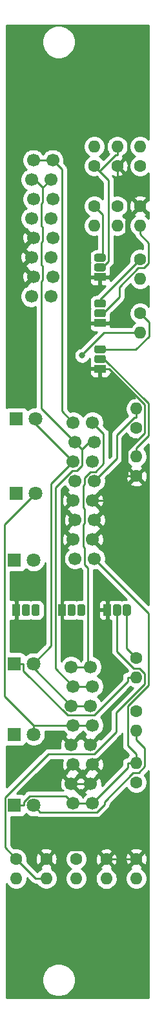
<source format=gbl>
%TF.GenerationSoftware,KiCad,Pcbnew,5.1.9+dfsg1-1~bpo10+1*%
%TF.CreationDate,2021-04-17T11:45:14+01:00*%
%TF.ProjectId,europower,6575726f-706f-4776-9572-2e6b69636164,rev?*%
%TF.SameCoordinates,Original*%
%TF.FileFunction,Copper,L2,Bot*%
%TF.FilePolarity,Positive*%
%FSLAX46Y46*%
G04 Gerber Fmt 4.6, Leading zero omitted, Abs format (unit mm)*
G04 Created by KiCad (PCBNEW 5.1.9+dfsg1-1~bpo10+1) date 2021-04-17 11:45:14*
%MOMM*%
%LPD*%
G01*
G04 APERTURE LIST*
%TA.AperFunction,ComponentPad*%
%ADD10R,1.050000X1.500000*%
%TD*%
%TA.AperFunction,ComponentPad*%
%ADD11R,1.500000X1.050000*%
%TD*%
%TA.AperFunction,ComponentPad*%
%ADD12O,1.600000X1.600000*%
%TD*%
%TA.AperFunction,ComponentPad*%
%ADD13C,1.600000*%
%TD*%
%TA.AperFunction,ComponentPad*%
%ADD14C,1.800000*%
%TD*%
%TA.AperFunction,ComponentPad*%
%ADD15R,1.800000X1.800000*%
%TD*%
%TA.AperFunction,ComponentPad*%
%ADD16C,1.700000*%
%TD*%
%TA.AperFunction,ViaPad*%
%ADD17C,0.800000*%
%TD*%
%TA.AperFunction,Conductor*%
%ADD18C,0.250000*%
%TD*%
%TA.AperFunction,Conductor*%
%ADD19C,0.254000*%
%TD*%
%TA.AperFunction,Conductor*%
%ADD20C,0.100000*%
%TD*%
G04 APERTURE END LIST*
D10*
%TO.P,Q6,1*%
%TO.N,GND*%
X149710000Y-141750000D03*
%TO.P,Q6,3*%
%TO.N,Net-(Q6-Pad3)*%
%TA.AperFunction,ComponentPad*%
G36*
G01*
X151725000Y-142237500D02*
X151725000Y-141262500D01*
G75*
G02*
X151987500Y-141000000I262500J0D01*
G01*
X152512500Y-141000000D01*
G75*
G02*
X152775000Y-141262500I0J-262500D01*
G01*
X152775000Y-142237500D01*
G75*
G02*
X152512500Y-142500000I-262500J0D01*
G01*
X151987500Y-142500000D01*
G75*
G02*
X151725000Y-142237500I0J262500D01*
G01*
G37*
%TD.AperFunction*%
%TO.P,Q6,2*%
%TO.N,Net-(Q6-Pad2)*%
%TA.AperFunction,ComponentPad*%
G36*
G01*
X150455000Y-142237500D02*
X150455000Y-141262500D01*
G75*
G02*
X150717500Y-141000000I262500J0D01*
G01*
X151242500Y-141000000D01*
G75*
G02*
X151505000Y-141262500I0J-262500D01*
G01*
X151505000Y-142237500D01*
G75*
G02*
X151242500Y-142500000I-262500J0D01*
G01*
X150717500Y-142500000D01*
G75*
G02*
X150455000Y-142237500I0J262500D01*
G01*
G37*
%TD.AperFunction*%
%TD*%
%TO.P,Q5,1*%
%TO.N,GND*%
X143750000Y-141750000D03*
%TO.P,Q5,3*%
%TO.N,Net-(Q5-Pad3)*%
%TA.AperFunction,ComponentPad*%
G36*
G01*
X145765000Y-142237500D02*
X145765000Y-141262500D01*
G75*
G02*
X146027500Y-141000000I262500J0D01*
G01*
X146552500Y-141000000D01*
G75*
G02*
X146815000Y-141262500I0J-262500D01*
G01*
X146815000Y-142237500D01*
G75*
G02*
X146552500Y-142500000I-262500J0D01*
G01*
X146027500Y-142500000D01*
G75*
G02*
X145765000Y-142237500I0J262500D01*
G01*
G37*
%TD.AperFunction*%
%TO.P,Q5,2*%
%TO.N,Net-(Q5-Pad2)*%
%TA.AperFunction,ComponentPad*%
G36*
G01*
X144495000Y-142237500D02*
X144495000Y-141262500D01*
G75*
G02*
X144757500Y-141000000I262500J0D01*
G01*
X145282500Y-141000000D01*
G75*
G02*
X145545000Y-141262500I0J-262500D01*
G01*
X145545000Y-142237500D01*
G75*
G02*
X145282500Y-142500000I-262500J0D01*
G01*
X144757500Y-142500000D01*
G75*
G02*
X144495000Y-142237500I0J262500D01*
G01*
G37*
%TD.AperFunction*%
%TD*%
%TO.P,Q4,1*%
%TO.N,GND*%
X137750000Y-141750000D03*
%TO.P,Q4,3*%
%TO.N,Net-(Q4-Pad3)*%
%TA.AperFunction,ComponentPad*%
G36*
G01*
X139765000Y-142237500D02*
X139765000Y-141262500D01*
G75*
G02*
X140027500Y-141000000I262500J0D01*
G01*
X140552500Y-141000000D01*
G75*
G02*
X140815000Y-141262500I0J-262500D01*
G01*
X140815000Y-142237500D01*
G75*
G02*
X140552500Y-142500000I-262500J0D01*
G01*
X140027500Y-142500000D01*
G75*
G02*
X139765000Y-142237500I0J262500D01*
G01*
G37*
%TD.AperFunction*%
%TO.P,Q4,2*%
%TO.N,Net-(Q4-Pad2)*%
%TA.AperFunction,ComponentPad*%
G36*
G01*
X138495000Y-142237500D02*
X138495000Y-141262500D01*
G75*
G02*
X138757500Y-141000000I262500J0D01*
G01*
X139282500Y-141000000D01*
G75*
G02*
X139545000Y-141262500I0J-262500D01*
G01*
X139545000Y-142237500D01*
G75*
G02*
X139282500Y-142500000I-262500J0D01*
G01*
X138757500Y-142500000D01*
G75*
G02*
X138495000Y-142237500I0J262500D01*
G01*
G37*
%TD.AperFunction*%
%TD*%
D11*
%TO.P,Q3,1*%
%TO.N,GND*%
X148750000Y-110250000D03*
%TO.P,Q3,3*%
%TO.N,Net-(Q3-Pad3)*%
%TA.AperFunction,ComponentPad*%
G36*
G01*
X149237500Y-108235000D02*
X148262500Y-108235000D01*
G75*
G02*
X148000000Y-107972500I0J262500D01*
G01*
X148000000Y-107447500D01*
G75*
G02*
X148262500Y-107185000I262500J0D01*
G01*
X149237500Y-107185000D01*
G75*
G02*
X149500000Y-107447500I0J-262500D01*
G01*
X149500000Y-107972500D01*
G75*
G02*
X149237500Y-108235000I-262500J0D01*
G01*
G37*
%TD.AperFunction*%
%TO.P,Q3,2*%
%TO.N,Net-(Q3-Pad2)*%
%TA.AperFunction,ComponentPad*%
G36*
G01*
X149237500Y-109505000D02*
X148262500Y-109505000D01*
G75*
G02*
X148000000Y-109242500I0J262500D01*
G01*
X148000000Y-108717500D01*
G75*
G02*
X148262500Y-108455000I262500J0D01*
G01*
X149237500Y-108455000D01*
G75*
G02*
X149500000Y-108717500I0J-262500D01*
G01*
X149500000Y-109242500D01*
G75*
G02*
X149237500Y-109505000I-262500J0D01*
G01*
G37*
%TD.AperFunction*%
%TD*%
%TO.P,Q2,1*%
%TO.N,GND*%
X148750000Y-104250000D03*
%TO.P,Q2,3*%
%TO.N,Net-(Q2-Pad3)*%
%TA.AperFunction,ComponentPad*%
G36*
G01*
X149237500Y-102235000D02*
X148262500Y-102235000D01*
G75*
G02*
X148000000Y-101972500I0J262500D01*
G01*
X148000000Y-101447500D01*
G75*
G02*
X148262500Y-101185000I262500J0D01*
G01*
X149237500Y-101185000D01*
G75*
G02*
X149500000Y-101447500I0J-262500D01*
G01*
X149500000Y-101972500D01*
G75*
G02*
X149237500Y-102235000I-262500J0D01*
G01*
G37*
%TD.AperFunction*%
%TO.P,Q2,2*%
%TO.N,Net-(Q2-Pad2)*%
%TA.AperFunction,ComponentPad*%
G36*
G01*
X149237500Y-103505000D02*
X148262500Y-103505000D01*
G75*
G02*
X148000000Y-103242500I0J262500D01*
G01*
X148000000Y-102717500D01*
G75*
G02*
X148262500Y-102455000I262500J0D01*
G01*
X149237500Y-102455000D01*
G75*
G02*
X149500000Y-102717500I0J-262500D01*
G01*
X149500000Y-103242500D01*
G75*
G02*
X149237500Y-103505000I-262500J0D01*
G01*
G37*
%TD.AperFunction*%
%TD*%
%TO.P,Q1,1*%
%TO.N,GND*%
X148750000Y-98270000D03*
%TO.P,Q1,3*%
%TO.N,Net-(Q1-Pad3)*%
%TA.AperFunction,ComponentPad*%
G36*
G01*
X149237500Y-96255000D02*
X148262500Y-96255000D01*
G75*
G02*
X148000000Y-95992500I0J262500D01*
G01*
X148000000Y-95467500D01*
G75*
G02*
X148262500Y-95205000I262500J0D01*
G01*
X149237500Y-95205000D01*
G75*
G02*
X149500000Y-95467500I0J-262500D01*
G01*
X149500000Y-95992500D01*
G75*
G02*
X149237500Y-96255000I-262500J0D01*
G01*
G37*
%TD.AperFunction*%
%TO.P,Q1,2*%
%TO.N,Net-(Q1-Pad2)*%
%TA.AperFunction,ComponentPad*%
G36*
G01*
X149237500Y-97525000D02*
X148262500Y-97525000D01*
G75*
G02*
X148000000Y-97262500I0J262500D01*
G01*
X148000000Y-96737500D01*
G75*
G02*
X148262500Y-96475000I262500J0D01*
G01*
X149237500Y-96475000D01*
G75*
G02*
X149500000Y-96737500I0J-262500D01*
G01*
X149500000Y-97262500D01*
G75*
G02*
X149237500Y-97525000I-262500J0D01*
G01*
G37*
%TD.AperFunction*%
%TD*%
D12*
%TO.P,R18,2*%
%TO.N,Net-(Q6-Pad2)*%
X141688000Y-176790000D03*
D13*
%TO.P,R18,1*%
%TO.N,GND*%
X141688000Y-174250000D03*
%TD*%
D12*
%TO.P,R17,2*%
%TO.N,Net-(Q5-Pad2)*%
X149562000Y-176830000D03*
D13*
%TO.P,R17,1*%
%TO.N,GND*%
X149562000Y-174290000D03*
%TD*%
D12*
%TO.P,R16,2*%
%TO.N,Net-(Q4-Pad2)*%
X153500000Y-176790000D03*
D13*
%TO.P,R16,1*%
%TO.N,GND*%
X153500000Y-174250000D03*
%TD*%
D12*
%TO.P,R15,2*%
%TO.N,5V*%
X137750000Y-176790000D03*
D13*
%TO.P,R15,1*%
%TO.N,Net-(Q6-Pad2)*%
X137750000Y-174250000D03*
%TD*%
D12*
%TO.P,R14,2*%
%TO.N,-12V*%
X153500000Y-161710000D03*
D13*
%TO.P,R14,1*%
%TO.N,Net-(Q5-Pad2)*%
X153500000Y-164250000D03*
%TD*%
D12*
%TO.P,R13,2*%
%TO.N,12V*%
X153500000Y-115460000D03*
D13*
%TO.P,R13,1*%
%TO.N,Net-(Q4-Pad2)*%
X153500000Y-118000000D03*
%TD*%
D12*
%TO.P,R12,2*%
%TO.N,Net-(D6-Pad1)*%
X153500000Y-150540000D03*
D13*
%TO.P,R12,1*%
%TO.N,Net-(Q6-Pad3)*%
X153500000Y-148000000D03*
%TD*%
D12*
%TO.P,R11,2*%
%TO.N,Net-(D5-Pad2)*%
X153500000Y-157540000D03*
D13*
%TO.P,R11,1*%
%TO.N,Net-(Q5-Pad3)*%
X153500000Y-155000000D03*
%TD*%
D12*
%TO.P,R10,2*%
%TO.N,Net-(D4-Pad1)*%
X145625000Y-176790000D03*
D13*
%TO.P,R10,1*%
%TO.N,Net-(Q4-Pad3)*%
X145625000Y-174250000D03*
%TD*%
D12*
%TO.P,R9,2*%
%TO.N,Net-(Q3-Pad2)*%
X153500000Y-121710000D03*
D13*
%TO.P,R9,1*%
%TO.N,GND*%
X153500000Y-124250000D03*
%TD*%
D12*
%TO.P,R8,2*%
%TO.N,Net-(Q2-Pad2)*%
X154000000Y-91540000D03*
D13*
%TO.P,R8,1*%
%TO.N,GND*%
X154000000Y-89000000D03*
%TD*%
D12*
%TO.P,R7,2*%
%TO.N,Net-(Q1-Pad2)*%
X151000000Y-81210000D03*
D13*
%TO.P,R7,1*%
%TO.N,GND*%
X151000000Y-83750000D03*
%TD*%
D12*
%TO.P,R6,2*%
%TO.N,5V*%
X151000000Y-91540000D03*
D13*
%TO.P,R6,1*%
%TO.N,Net-(Q3-Pad2)*%
X151000000Y-89000000D03*
%TD*%
D12*
%TO.P,R5,2*%
%TO.N,-12V*%
X154000000Y-81210000D03*
D13*
%TO.P,R5,1*%
%TO.N,Net-(Q2-Pad2)*%
X154000000Y-83750000D03*
%TD*%
D12*
%TO.P,R4,2*%
%TO.N,12V*%
X148000000Y-81210000D03*
D13*
%TO.P,R4,1*%
%TO.N,Net-(Q1-Pad2)*%
X148000000Y-83750000D03*
%TD*%
D12*
%TO.P,R3,2*%
%TO.N,Net-(D3-Pad1)*%
X154000000Y-105540000D03*
D13*
%TO.P,R3,1*%
%TO.N,Net-(Q3-Pad3)*%
X154000000Y-103000000D03*
%TD*%
D12*
%TO.P,R2,2*%
%TO.N,Net-(D2-Pad2)*%
X154000000Y-98500000D03*
D13*
%TO.P,R2,1*%
%TO.N,Net-(Q2-Pad3)*%
X154000000Y-95960000D03*
%TD*%
D12*
%TO.P,R1,2*%
%TO.N,Net-(D1-Pad1)*%
X148000000Y-91540000D03*
D13*
%TO.P,R1,1*%
%TO.N,Net-(Q1-Pad3)*%
X148000000Y-89000000D03*
%TD*%
D14*
%TO.P,D6,2*%
%TO.N,5V*%
X140000000Y-148750000D03*
D15*
%TO.P,D6,1*%
%TO.N,Net-(D6-Pad1)*%
X137460000Y-148750000D03*
%TD*%
D14*
%TO.P,D5,2*%
%TO.N,Net-(D5-Pad2)*%
X140040000Y-167250000D03*
D15*
%TO.P,D5,1*%
%TO.N,-12V*%
X137500000Y-167250000D03*
%TD*%
D14*
%TO.P,D4,2*%
%TO.N,12V*%
X140040000Y-158000000D03*
D15*
%TO.P,D4,1*%
%TO.N,Net-(D4-Pad1)*%
X137500000Y-158000000D03*
%TD*%
D14*
%TO.P,D3,2*%
%TO.N,5V*%
X140290000Y-116750000D03*
D15*
%TO.P,D3,1*%
%TO.N,Net-(D3-Pad1)*%
X137750000Y-116750000D03*
%TD*%
D14*
%TO.P,D2,2*%
%TO.N,Net-(D2-Pad2)*%
X140040000Y-135250000D03*
D15*
%TO.P,D2,1*%
%TO.N,-12V*%
X137500000Y-135250000D03*
%TD*%
D14*
%TO.P,D1,2*%
%TO.N,12V*%
X140290000Y-126500000D03*
D15*
%TO.P,D1,1*%
%TO.N,Net-(D1-Pad1)*%
X137750000Y-126500000D03*
%TD*%
D16*
%TO.P,U3,8*%
%TO.N,-12V*%
X145464000Y-135030000D03*
%TO.P,U3,7*%
%TO.N,GND*%
X145210000Y-132490000D03*
%TO.P,U3,6*%
X145464000Y-129950000D03*
%TO.P,U3,5*%
X145210000Y-127410000D03*
%TO.P,U3,4*%
%TO.N,12V*%
X145464000Y-124870000D03*
%TO.P,U3,3*%
%TO.N,5V*%
X145210000Y-122330000D03*
%TO.P,U3,8*%
%TO.N,-12V*%
X148004000Y-135030000D03*
%TO.P,U3,7*%
%TO.N,GND*%
X147750000Y-132490000D03*
%TO.P,U3,6*%
X148004000Y-129950000D03*
%TO.P,U3,5*%
X147750000Y-127410000D03*
%TO.P,U3,4*%
%TO.N,12V*%
X148004000Y-124870000D03*
%TO.P,U3,3*%
%TO.N,5V*%
X147750000Y-122330000D03*
%TO.P,U3,2*%
%TO.N,CV*%
X145464000Y-119790000D03*
X148004000Y-119790000D03*
%TO.P,U3,1*%
%TO.N,GATE*%
X145210000Y-117250000D03*
X147750000Y-117250000D03*
%TD*%
%TO.P,U2,8*%
%TO.N,-12V*%
X145214000Y-166950000D03*
%TO.P,U2,7*%
%TO.N,GND*%
X144960000Y-164410000D03*
%TO.P,U2,6*%
X145214000Y-161870000D03*
%TO.P,U2,5*%
X144960000Y-159330000D03*
%TO.P,U2,4*%
%TO.N,12V*%
X145214000Y-156790000D03*
%TO.P,U2,3*%
%TO.N,5V*%
X144960000Y-154250000D03*
%TO.P,U2,8*%
%TO.N,-12V*%
X147754000Y-166950000D03*
%TO.P,U2,7*%
%TO.N,GND*%
X147500000Y-164410000D03*
%TO.P,U2,6*%
X147754000Y-161870000D03*
%TO.P,U2,5*%
X147500000Y-159330000D03*
%TO.P,U2,4*%
%TO.N,12V*%
X147754000Y-156790000D03*
%TO.P,U2,3*%
%TO.N,5V*%
X147500000Y-154250000D03*
%TO.P,U2,2*%
%TO.N,CV*%
X145214000Y-151710000D03*
X147754000Y-151710000D03*
%TO.P,U2,1*%
%TO.N,GATE*%
X144960000Y-149170000D03*
X147500000Y-149170000D03*
%TD*%
%TO.P,U1,8*%
%TO.N,Net-(F3-Pad2)*%
X142286000Y-100780000D03*
%TO.P,U1,7*%
%TO.N,GND*%
X142540000Y-98240000D03*
%TO.P,U1,6*%
X142286000Y-95700000D03*
%TO.P,U1,5*%
X142540000Y-93160000D03*
%TO.P,U1,4*%
%TO.N,Net-(F1-Pad2)*%
X142286000Y-90620000D03*
%TO.P,U1,3*%
%TO.N,Net-(F2-Pad2)*%
X142540000Y-88080000D03*
%TO.P,U1,8*%
%TO.N,Net-(F3-Pad2)*%
X139746000Y-100780000D03*
%TO.P,U1,7*%
%TO.N,GND*%
X140000000Y-98240000D03*
%TO.P,U1,6*%
X139746000Y-95700000D03*
%TO.P,U1,5*%
X140000000Y-93160000D03*
%TO.P,U1,4*%
%TO.N,Net-(F1-Pad2)*%
X139746000Y-90620000D03*
%TO.P,U1,3*%
%TO.N,Net-(F2-Pad2)*%
X140000000Y-88080000D03*
%TO.P,U1,2*%
%TO.N,CV*%
X142286000Y-85540000D03*
X139746000Y-85540000D03*
%TO.P,U1,1*%
%TO.N,GATE*%
X142540000Y-83000000D03*
X140000000Y-83000000D03*
%TD*%
D17*
%TO.N,Net-(D3-Pad1)*%
X146398500Y-108500500D03*
%TD*%
D18*
%TO.N,12V*%
X153500000Y-115460000D02*
X153500000Y-116585300D01*
X148004000Y-124870000D02*
X150913700Y-121960300D01*
X150913700Y-121960300D02*
X150913700Y-118890300D01*
X150913700Y-118890300D02*
X153218700Y-116585300D01*
X153218700Y-116585300D02*
X153500000Y-116585300D01*
X140290000Y-126500000D02*
X136234600Y-130555400D01*
X136234600Y-130555400D02*
X136234600Y-152984600D01*
X136234600Y-152984600D02*
X140040000Y-156790000D01*
X140040000Y-156790000D02*
X140040000Y-158000000D01*
X145214000Y-156790000D02*
X140040000Y-156790000D01*
X147754000Y-156790000D02*
X145214000Y-156790000D01*
%TO.N,-12V*%
X147754000Y-166950000D02*
X145214000Y-166950000D01*
X152374700Y-161710000D02*
X152374700Y-162329300D01*
X152374700Y-162329300D02*
X147754000Y-166950000D01*
X153500000Y-160584700D02*
X152374700Y-159459400D01*
X152374700Y-159459400D02*
X152374700Y-154295000D01*
X152374700Y-154295000D02*
X155130600Y-151539100D01*
X155130600Y-151539100D02*
X155130600Y-142156600D01*
X155130600Y-142156600D02*
X148004000Y-135030000D01*
X153500000Y-161710000D02*
X152374700Y-161710000D01*
X153500000Y-161710000D02*
X153500000Y-160584700D01*
X137500000Y-167250000D02*
X138725300Y-167250000D01*
X145214000Y-166950000D02*
X144288700Y-166024700D01*
X144288700Y-166024700D02*
X139491000Y-166024700D01*
X139491000Y-166024700D02*
X138725300Y-166790400D01*
X138725300Y-166790400D02*
X138725300Y-167250000D01*
%TO.N,5V*%
X140290000Y-116750000D02*
X140290000Y-117410000D01*
X140290000Y-117410000D02*
X145210000Y-122330000D01*
X145210000Y-122330000D02*
X142307600Y-125232400D01*
X142307600Y-125232400D02*
X142307600Y-146442400D01*
X142307600Y-146442400D02*
X140000000Y-148750000D01*
X144960000Y-154250000D02*
X140000000Y-149290000D01*
X140000000Y-149290000D02*
X140000000Y-148750000D01*
X147500000Y-154250000D02*
X144960000Y-154250000D01*
%TO.N,GATE*%
X140000000Y-83000000D02*
X142540000Y-83000000D01*
X142540000Y-83000000D02*
X143759000Y-84219000D01*
X143759000Y-84219000D02*
X143759000Y-115799000D01*
X143759000Y-115799000D02*
X145210000Y-117250000D01*
X147182600Y-149170000D02*
X144960000Y-149170000D01*
X147500000Y-149170000D02*
X147182600Y-149170000D01*
X147750000Y-117250000D02*
X149206800Y-118706800D01*
X149206800Y-118706800D02*
X149206800Y-122602000D01*
X149206800Y-122602000D02*
X148121800Y-123687000D01*
X148121800Y-123687000D02*
X147475100Y-123687000D01*
X147475100Y-123687000D02*
X146703500Y-124458600D01*
X146703500Y-124458600D02*
X146703500Y-125292800D01*
X146703500Y-125292800D02*
X146510600Y-125485700D01*
X146510600Y-125485700D02*
X146510600Y-128358200D01*
X146510600Y-128358200D02*
X146703400Y-128551000D01*
X146703400Y-128551000D02*
X146703400Y-130372900D01*
X146703400Y-130372900D02*
X146510600Y-130565700D01*
X146510600Y-130565700D02*
X146510600Y-133438200D01*
X146510600Y-133438200D02*
X146734000Y-133661600D01*
X146734000Y-133661600D02*
X146734000Y-135798000D01*
X146734000Y-135798000D02*
X147182600Y-136246600D01*
X147182600Y-136246600D02*
X147182600Y-149170000D01*
%TO.N,CV*%
X145214000Y-151710000D02*
X142890400Y-149386400D01*
X142890400Y-149386400D02*
X142890400Y-125714900D01*
X142890400Y-125714900D02*
X145092300Y-123513000D01*
X145092300Y-123513000D02*
X145738800Y-123513000D01*
X145738800Y-123513000D02*
X146387300Y-122864500D01*
X146387300Y-122864500D02*
X146387300Y-120713300D01*
X146387300Y-120713300D02*
X145464000Y-119790000D01*
X148004000Y-119790000D02*
X147310600Y-119790000D01*
X147310600Y-119790000D02*
X146387300Y-120713300D01*
X147754000Y-151710000D02*
X145214000Y-151710000D01*
X141239500Y-86586500D02*
X141239500Y-88502800D01*
X141239500Y-88502800D02*
X141046600Y-88695700D01*
X141046600Y-88695700D02*
X141046600Y-91568200D01*
X141046600Y-91568200D02*
X141239400Y-91761000D01*
X141239400Y-91761000D02*
X141239400Y-93582900D01*
X141239400Y-93582900D02*
X141046600Y-93775700D01*
X141046600Y-93775700D02*
X141046600Y-96648200D01*
X141046600Y-96648200D02*
X141239400Y-96841000D01*
X141239400Y-96841000D02*
X141239400Y-98662900D01*
X141239400Y-98662900D02*
X141080400Y-98821900D01*
X141080400Y-98821900D02*
X141080400Y-115406400D01*
X141080400Y-115406400D02*
X145464000Y-119790000D01*
X142286000Y-85540000D02*
X141239500Y-86586500D01*
X139746000Y-85540000D02*
X140193000Y-85540000D01*
X140193000Y-85540000D02*
X141239500Y-86586500D01*
%TO.N,GND*%
X148750000Y-98270000D02*
X149825300Y-98270000D01*
X149825300Y-98270000D02*
X152125400Y-95969900D01*
X152125400Y-95969900D02*
X152125400Y-90874600D01*
X152125400Y-90874600D02*
X154000000Y-89000000D01*
X151000000Y-83750000D02*
X151000000Y-86000000D01*
X151000000Y-86000000D02*
X154000000Y-89000000D01*
X149562000Y-174290000D02*
X148381400Y-173109400D01*
X148381400Y-173109400D02*
X142828600Y-173109400D01*
X142828600Y-173109400D02*
X141688000Y-174250000D01*
X149562000Y-174290000D02*
X149602000Y-174250000D01*
X149602000Y-174250000D02*
X153500000Y-174250000D01*
X145210000Y-132490000D02*
X143750000Y-133950000D01*
X143750000Y-133950000D02*
X143750000Y-141750000D01*
X152316900Y-124250000D02*
X153500000Y-124250000D01*
X147750000Y-127410000D02*
X149156900Y-127410000D01*
X149156900Y-127410000D02*
X152316900Y-124250000D01*
X152316900Y-124250000D02*
X152316900Y-120953000D01*
X152316900Y-120953000D02*
X154625300Y-118644600D01*
X154625300Y-118644600D02*
X154625300Y-114944700D01*
X154625300Y-114944700D02*
X149930600Y-110250000D01*
X149930600Y-110250000D02*
X148750000Y-110250000D01*
X144960000Y-164410000D02*
X147500000Y-164410000D01*
%TO.N,Net-(D3-Pad1)*%
X146398500Y-108500500D02*
X146398500Y-108395200D01*
X146398500Y-108395200D02*
X149253700Y-105540000D01*
X149253700Y-105540000D02*
X154000000Y-105540000D01*
%TO.N,Net-(D5-Pad2)*%
X153500000Y-157540000D02*
X153500000Y-158665300D01*
X140040000Y-167250000D02*
X140916000Y-168126000D01*
X140916000Y-168126000D02*
X148302100Y-168126000D01*
X148302100Y-168126000D02*
X149312400Y-167115700D01*
X149312400Y-167115700D02*
X149312400Y-166776800D01*
X149312400Y-166776800D02*
X153109200Y-162980000D01*
X153109200Y-162980000D02*
X153829500Y-162980000D01*
X153829500Y-162980000D02*
X154625300Y-162184200D01*
X154625300Y-162184200D02*
X154625300Y-159790600D01*
X154625300Y-159790600D02*
X153500000Y-158665300D01*
%TO.N,Net-(D6-Pad1)*%
X153500000Y-150540000D02*
X152374700Y-150540000D01*
X137460000Y-148750000D02*
X138685300Y-148750000D01*
X138685300Y-148750000D02*
X138685300Y-149669000D01*
X138685300Y-149669000D02*
X144477700Y-155461400D01*
X144477700Y-155461400D02*
X148015900Y-155461400D01*
X148015900Y-155461400D02*
X152374700Y-151102600D01*
X152374700Y-151102600D02*
X152374700Y-150540000D01*
%TO.N,Net-(Q1-Pad3)*%
X148000000Y-89000000D02*
X149125900Y-90125900D01*
X149125900Y-90125900D02*
X149125900Y-95354100D01*
X149125900Y-95354100D02*
X148750000Y-95730000D01*
%TO.N,Net-(Q1-Pad2)*%
X148702500Y-84452400D02*
X149870600Y-85620600D01*
X149870600Y-85620600D02*
X149870600Y-96191000D01*
X149870600Y-96191000D02*
X149061600Y-97000000D01*
X149061600Y-97000000D02*
X148750000Y-97000000D01*
X148000000Y-83750000D02*
X148702500Y-84452400D01*
X148702500Y-84452400D02*
X150819600Y-82335300D01*
X150819600Y-82335300D02*
X151000000Y-82335300D01*
X151000000Y-81210000D02*
X151000000Y-82335300D01*
%TO.N,Net-(Q2-Pad3)*%
X154000000Y-95960000D02*
X148750000Y-101210000D01*
X148750000Y-101210000D02*
X148750000Y-101710000D01*
%TO.N,Net-(Q2-Pad2)*%
X154000000Y-91540000D02*
X154000000Y-92665300D01*
X154000000Y-92665300D02*
X155126400Y-93791700D01*
X155126400Y-93791700D02*
X155126400Y-96429300D01*
X155126400Y-96429300D02*
X154470300Y-97085400D01*
X154470300Y-97085400D02*
X153756400Y-97085400D01*
X153756400Y-97085400D02*
X151279800Y-99562000D01*
X151279800Y-99562000D02*
X151279800Y-100846200D01*
X151279800Y-100846200D02*
X149146000Y-102980000D01*
X149146000Y-102980000D02*
X148750000Y-102980000D01*
%TO.N,Net-(Q3-Pad3)*%
X154000000Y-103000000D02*
X155146500Y-104146500D01*
X155146500Y-104146500D02*
X155146500Y-106002300D01*
X155146500Y-106002300D02*
X153438800Y-107710000D01*
X153438800Y-107710000D02*
X148750000Y-107710000D01*
%TO.N,Net-(Q3-Pad2)*%
X153500000Y-120584700D02*
X155075600Y-119009100D01*
X155075600Y-119009100D02*
X155075600Y-114753300D01*
X155075600Y-114753300D02*
X149302300Y-108980000D01*
X149302300Y-108980000D02*
X148750000Y-108980000D01*
X153500000Y-121710000D02*
X153500000Y-120584700D01*
%TO.N,Net-(Q6-Pad3)*%
X153500000Y-148000000D02*
X152250000Y-146750000D01*
X152250000Y-146750000D02*
X152250000Y-141750000D01*
%TO.N,Net-(Q6-Pad2)*%
X137750000Y-174250000D02*
X136272800Y-172772800D01*
X136272800Y-172772800D02*
X136272800Y-166213700D01*
X136272800Y-166213700D02*
X141973500Y-160513000D01*
X141973500Y-160513000D02*
X148019300Y-160513000D01*
X148019300Y-160513000D02*
X150890200Y-157642100D01*
X150890200Y-157642100D02*
X150890200Y-155142600D01*
X150890200Y-155142600D02*
X154630000Y-151402800D01*
X154630000Y-151402800D02*
X154630000Y-150022400D01*
X154630000Y-150022400D02*
X153951400Y-149343800D01*
X153951400Y-149343800D02*
X153171600Y-149343800D01*
X153171600Y-149343800D02*
X150980000Y-147152200D01*
X150980000Y-147152200D02*
X150980000Y-141750000D01*
X141688000Y-176790000D02*
X140290000Y-176790000D01*
X140290000Y-176790000D02*
X137750000Y-174250000D01*
%TD*%
D19*
%TO.N,GND*%
X155117941Y-192373880D02*
X136507940Y-192373880D01*
X136507940Y-189842752D01*
X141128558Y-189842752D01*
X141128558Y-190275008D01*
X141212887Y-190698958D01*
X141378304Y-191098310D01*
X141618452Y-191457717D01*
X141924103Y-191763368D01*
X142283510Y-192003516D01*
X142682862Y-192168933D01*
X143106812Y-192253262D01*
X143539068Y-192253262D01*
X143963018Y-192168933D01*
X144362370Y-192003516D01*
X144721777Y-191763368D01*
X145027428Y-191457717D01*
X145267576Y-191098310D01*
X145432993Y-190698958D01*
X145517322Y-190275008D01*
X145517322Y-189842752D01*
X145432993Y-189418802D01*
X145267576Y-189019450D01*
X145027428Y-188660043D01*
X144721777Y-188354392D01*
X144362370Y-188114244D01*
X143963018Y-187948827D01*
X143539068Y-187864498D01*
X143106812Y-187864498D01*
X142682862Y-187948827D01*
X142283510Y-188114244D01*
X141924103Y-188354392D01*
X141618452Y-188660043D01*
X141378304Y-189019450D01*
X141212887Y-189418802D01*
X141128558Y-189842752D01*
X136507940Y-189842752D01*
X136507940Y-177514057D01*
X136635363Y-177704759D01*
X136835241Y-177904637D01*
X137070273Y-178061680D01*
X137331426Y-178169853D01*
X137608665Y-178225000D01*
X137891335Y-178225000D01*
X138168574Y-178169853D01*
X138429727Y-178061680D01*
X138664759Y-177904637D01*
X138864637Y-177704759D01*
X139021680Y-177469727D01*
X139129853Y-177208574D01*
X139185000Y-176931335D01*
X139185000Y-176759803D01*
X139726205Y-177301008D01*
X139749999Y-177330001D01*
X139778992Y-177353795D01*
X139778996Y-177353799D01*
X139849685Y-177411811D01*
X139865724Y-177424974D01*
X139997753Y-177495546D01*
X140141014Y-177539003D01*
X140252667Y-177550000D01*
X140252676Y-177550000D01*
X140289999Y-177553676D01*
X140327322Y-177550000D01*
X140469957Y-177550000D01*
X140573363Y-177704759D01*
X140773241Y-177904637D01*
X141008273Y-178061680D01*
X141269426Y-178169853D01*
X141546665Y-178225000D01*
X141829335Y-178225000D01*
X142106574Y-178169853D01*
X142367727Y-178061680D01*
X142602759Y-177904637D01*
X142802637Y-177704759D01*
X142959680Y-177469727D01*
X143067853Y-177208574D01*
X143123000Y-176931335D01*
X143123000Y-176648665D01*
X143067853Y-176371426D01*
X142959680Y-176110273D01*
X142802637Y-175875241D01*
X142602759Y-175675363D01*
X142368872Y-175519085D01*
X142429514Y-175486671D01*
X142501097Y-175242702D01*
X141688000Y-174429605D01*
X140874903Y-175242702D01*
X140946486Y-175486671D01*
X141010992Y-175517194D01*
X141008273Y-175518320D01*
X140773241Y-175675363D01*
X140573363Y-175875241D01*
X140523968Y-175949166D01*
X139148688Y-174573886D01*
X139185000Y-174391335D01*
X139185000Y-174320512D01*
X140247783Y-174320512D01*
X140289213Y-174600130D01*
X140384397Y-174866292D01*
X140451329Y-174991514D01*
X140695298Y-175063097D01*
X141508395Y-174250000D01*
X141867605Y-174250000D01*
X142680702Y-175063097D01*
X142924671Y-174991514D01*
X143045571Y-174736004D01*
X143114300Y-174461816D01*
X143128217Y-174179488D01*
X143117724Y-174108665D01*
X144190000Y-174108665D01*
X144190000Y-174391335D01*
X144245147Y-174668574D01*
X144353320Y-174929727D01*
X144510363Y-175164759D01*
X144710241Y-175364637D01*
X144942759Y-175520000D01*
X144710241Y-175675363D01*
X144510363Y-175875241D01*
X144353320Y-176110273D01*
X144245147Y-176371426D01*
X144190000Y-176648665D01*
X144190000Y-176931335D01*
X144245147Y-177208574D01*
X144353320Y-177469727D01*
X144510363Y-177704759D01*
X144710241Y-177904637D01*
X144945273Y-178061680D01*
X145206426Y-178169853D01*
X145483665Y-178225000D01*
X145766335Y-178225000D01*
X146043574Y-178169853D01*
X146304727Y-178061680D01*
X146539759Y-177904637D01*
X146739637Y-177704759D01*
X146896680Y-177469727D01*
X147004853Y-177208574D01*
X147060000Y-176931335D01*
X147060000Y-176688665D01*
X148127000Y-176688665D01*
X148127000Y-176971335D01*
X148182147Y-177248574D01*
X148290320Y-177509727D01*
X148447363Y-177744759D01*
X148647241Y-177944637D01*
X148882273Y-178101680D01*
X149143426Y-178209853D01*
X149420665Y-178265000D01*
X149703335Y-178265000D01*
X149980574Y-178209853D01*
X150241727Y-178101680D01*
X150476759Y-177944637D01*
X150676637Y-177744759D01*
X150833680Y-177509727D01*
X150941853Y-177248574D01*
X150997000Y-176971335D01*
X150997000Y-176688665D01*
X150989044Y-176648665D01*
X152065000Y-176648665D01*
X152065000Y-176931335D01*
X152120147Y-177208574D01*
X152228320Y-177469727D01*
X152385363Y-177704759D01*
X152585241Y-177904637D01*
X152820273Y-178061680D01*
X153081426Y-178169853D01*
X153358665Y-178225000D01*
X153641335Y-178225000D01*
X153918574Y-178169853D01*
X154179727Y-178061680D01*
X154414759Y-177904637D01*
X154614637Y-177704759D01*
X154771680Y-177469727D01*
X154879853Y-177208574D01*
X154935000Y-176931335D01*
X154935000Y-176648665D01*
X154879853Y-176371426D01*
X154771680Y-176110273D01*
X154614637Y-175875241D01*
X154414759Y-175675363D01*
X154180872Y-175519085D01*
X154241514Y-175486671D01*
X154313097Y-175242702D01*
X153500000Y-174429605D01*
X152686903Y-175242702D01*
X152758486Y-175486671D01*
X152822992Y-175517194D01*
X152820273Y-175518320D01*
X152585241Y-175675363D01*
X152385363Y-175875241D01*
X152228320Y-176110273D01*
X152120147Y-176371426D01*
X152065000Y-176648665D01*
X150989044Y-176648665D01*
X150941853Y-176411426D01*
X150833680Y-176150273D01*
X150676637Y-175915241D01*
X150476759Y-175715363D01*
X150242872Y-175559085D01*
X150303514Y-175526671D01*
X150375097Y-175282702D01*
X149562000Y-174469605D01*
X148748903Y-175282702D01*
X148820486Y-175526671D01*
X148884992Y-175557194D01*
X148882273Y-175558320D01*
X148647241Y-175715363D01*
X148447363Y-175915241D01*
X148290320Y-176150273D01*
X148182147Y-176411426D01*
X148127000Y-176688665D01*
X147060000Y-176688665D01*
X147060000Y-176648665D01*
X147004853Y-176371426D01*
X146896680Y-176110273D01*
X146739637Y-175875241D01*
X146539759Y-175675363D01*
X146307241Y-175520000D01*
X146539759Y-175364637D01*
X146739637Y-175164759D01*
X146896680Y-174929727D01*
X147004853Y-174668574D01*
X147060000Y-174391335D01*
X147060000Y-174360512D01*
X148121783Y-174360512D01*
X148163213Y-174640130D01*
X148258397Y-174906292D01*
X148325329Y-175031514D01*
X148569298Y-175103097D01*
X149382395Y-174290000D01*
X149741605Y-174290000D01*
X150554702Y-175103097D01*
X150798671Y-175031514D01*
X150919571Y-174776004D01*
X150988300Y-174501816D01*
X150997237Y-174320512D01*
X152059783Y-174320512D01*
X152101213Y-174600130D01*
X152196397Y-174866292D01*
X152263329Y-174991514D01*
X152507298Y-175063097D01*
X153320395Y-174250000D01*
X153679605Y-174250000D01*
X154492702Y-175063097D01*
X154736671Y-174991514D01*
X154857571Y-174736004D01*
X154926300Y-174461816D01*
X154940217Y-174179488D01*
X154898787Y-173899870D01*
X154803603Y-173633708D01*
X154736671Y-173508486D01*
X154492702Y-173436903D01*
X153679605Y-174250000D01*
X153320395Y-174250000D01*
X152507298Y-173436903D01*
X152263329Y-173508486D01*
X152142429Y-173763996D01*
X152073700Y-174038184D01*
X152059783Y-174320512D01*
X150997237Y-174320512D01*
X151002217Y-174219488D01*
X150960787Y-173939870D01*
X150865603Y-173673708D01*
X150798671Y-173548486D01*
X150554702Y-173476903D01*
X149741605Y-174290000D01*
X149382395Y-174290000D01*
X148569298Y-173476903D01*
X148325329Y-173548486D01*
X148204429Y-173803996D01*
X148135700Y-174078184D01*
X148121783Y-174360512D01*
X147060000Y-174360512D01*
X147060000Y-174108665D01*
X147004853Y-173831426D01*
X146896680Y-173570273D01*
X146739637Y-173335241D01*
X146701694Y-173297298D01*
X148748903Y-173297298D01*
X149562000Y-174110395D01*
X150375097Y-173297298D01*
X150363361Y-173257298D01*
X152686903Y-173257298D01*
X153500000Y-174070395D01*
X154313097Y-173257298D01*
X154241514Y-173013329D01*
X153986004Y-172892429D01*
X153711816Y-172823700D01*
X153429488Y-172809783D01*
X153149870Y-172851213D01*
X152883708Y-172946397D01*
X152758486Y-173013329D01*
X152686903Y-173257298D01*
X150363361Y-173257298D01*
X150303514Y-173053329D01*
X150048004Y-172932429D01*
X149773816Y-172863700D01*
X149491488Y-172849783D01*
X149211870Y-172891213D01*
X148945708Y-172986397D01*
X148820486Y-173053329D01*
X148748903Y-173297298D01*
X146701694Y-173297298D01*
X146539759Y-173135363D01*
X146304727Y-172978320D01*
X146043574Y-172870147D01*
X145766335Y-172815000D01*
X145483665Y-172815000D01*
X145206426Y-172870147D01*
X144945273Y-172978320D01*
X144710241Y-173135363D01*
X144510363Y-173335241D01*
X144353320Y-173570273D01*
X144245147Y-173831426D01*
X144190000Y-174108665D01*
X143117724Y-174108665D01*
X143086787Y-173899870D01*
X142991603Y-173633708D01*
X142924671Y-173508486D01*
X142680702Y-173436903D01*
X141867605Y-174250000D01*
X141508395Y-174250000D01*
X140695298Y-173436903D01*
X140451329Y-173508486D01*
X140330429Y-173763996D01*
X140261700Y-174038184D01*
X140247783Y-174320512D01*
X139185000Y-174320512D01*
X139185000Y-174108665D01*
X139129853Y-173831426D01*
X139021680Y-173570273D01*
X138864637Y-173335241D01*
X138786694Y-173257298D01*
X140874903Y-173257298D01*
X141688000Y-174070395D01*
X142501097Y-173257298D01*
X142429514Y-173013329D01*
X142174004Y-172892429D01*
X141899816Y-172823700D01*
X141617488Y-172809783D01*
X141337870Y-172851213D01*
X141071708Y-172946397D01*
X140946486Y-173013329D01*
X140874903Y-173257298D01*
X138786694Y-173257298D01*
X138664759Y-173135363D01*
X138429727Y-172978320D01*
X138168574Y-172870147D01*
X137891335Y-172815000D01*
X137608665Y-172815000D01*
X137426114Y-172851312D01*
X137032800Y-172457999D01*
X137032800Y-168788072D01*
X138400000Y-168788072D01*
X138524482Y-168775812D01*
X138644180Y-168739502D01*
X138754494Y-168680537D01*
X138851185Y-168601185D01*
X138930537Y-168504494D01*
X138989502Y-168394180D01*
X138995056Y-168375873D01*
X139061495Y-168442312D01*
X139312905Y-168610299D01*
X139592257Y-168726011D01*
X139888816Y-168785000D01*
X140191184Y-168785000D01*
X140456656Y-168732195D01*
X140491723Y-168760974D01*
X140623753Y-168831546D01*
X140767014Y-168875003D01*
X140878667Y-168886000D01*
X140878676Y-168886000D01*
X140915999Y-168889676D01*
X140953322Y-168886000D01*
X148264778Y-168886000D01*
X148302100Y-168889676D01*
X148339422Y-168886000D01*
X148339433Y-168886000D01*
X148451086Y-168875003D01*
X148594347Y-168831546D01*
X148726376Y-168760974D01*
X148842101Y-168666001D01*
X148865904Y-168636998D01*
X149823404Y-167679498D01*
X149852401Y-167655701D01*
X149910445Y-167584974D01*
X149947374Y-167539977D01*
X150017946Y-167407947D01*
X150020664Y-167398986D01*
X150061403Y-167264686D01*
X150072400Y-167153033D01*
X150072400Y-167153023D01*
X150076076Y-167115700D01*
X150073586Y-167090415D01*
X152230705Y-164933297D01*
X152385363Y-165164759D01*
X152585241Y-165364637D01*
X152820273Y-165521680D01*
X153081426Y-165629853D01*
X153358665Y-165685000D01*
X153641335Y-165685000D01*
X153918574Y-165629853D01*
X154179727Y-165521680D01*
X154414759Y-165364637D01*
X154614637Y-165164759D01*
X154771680Y-164929727D01*
X154879853Y-164668574D01*
X154935000Y-164391335D01*
X154935000Y-164108665D01*
X154879853Y-163831426D01*
X154771680Y-163570273D01*
X154614637Y-163335241D01*
X154581849Y-163302453D01*
X155117941Y-162766361D01*
X155117941Y-192373880D01*
%TA.AperFunction,Conductor*%
D20*
G36*
X155117941Y-192373880D02*
G01*
X136507940Y-192373880D01*
X136507940Y-189842752D01*
X141128558Y-189842752D01*
X141128558Y-190275008D01*
X141212887Y-190698958D01*
X141378304Y-191098310D01*
X141618452Y-191457717D01*
X141924103Y-191763368D01*
X142283510Y-192003516D01*
X142682862Y-192168933D01*
X143106812Y-192253262D01*
X143539068Y-192253262D01*
X143963018Y-192168933D01*
X144362370Y-192003516D01*
X144721777Y-191763368D01*
X145027428Y-191457717D01*
X145267576Y-191098310D01*
X145432993Y-190698958D01*
X145517322Y-190275008D01*
X145517322Y-189842752D01*
X145432993Y-189418802D01*
X145267576Y-189019450D01*
X145027428Y-188660043D01*
X144721777Y-188354392D01*
X144362370Y-188114244D01*
X143963018Y-187948827D01*
X143539068Y-187864498D01*
X143106812Y-187864498D01*
X142682862Y-187948827D01*
X142283510Y-188114244D01*
X141924103Y-188354392D01*
X141618452Y-188660043D01*
X141378304Y-189019450D01*
X141212887Y-189418802D01*
X141128558Y-189842752D01*
X136507940Y-189842752D01*
X136507940Y-177514057D01*
X136635363Y-177704759D01*
X136835241Y-177904637D01*
X137070273Y-178061680D01*
X137331426Y-178169853D01*
X137608665Y-178225000D01*
X137891335Y-178225000D01*
X138168574Y-178169853D01*
X138429727Y-178061680D01*
X138664759Y-177904637D01*
X138864637Y-177704759D01*
X139021680Y-177469727D01*
X139129853Y-177208574D01*
X139185000Y-176931335D01*
X139185000Y-176759803D01*
X139726205Y-177301008D01*
X139749999Y-177330001D01*
X139778992Y-177353795D01*
X139778996Y-177353799D01*
X139849685Y-177411811D01*
X139865724Y-177424974D01*
X139997753Y-177495546D01*
X140141014Y-177539003D01*
X140252667Y-177550000D01*
X140252676Y-177550000D01*
X140289999Y-177553676D01*
X140327322Y-177550000D01*
X140469957Y-177550000D01*
X140573363Y-177704759D01*
X140773241Y-177904637D01*
X141008273Y-178061680D01*
X141269426Y-178169853D01*
X141546665Y-178225000D01*
X141829335Y-178225000D01*
X142106574Y-178169853D01*
X142367727Y-178061680D01*
X142602759Y-177904637D01*
X142802637Y-177704759D01*
X142959680Y-177469727D01*
X143067853Y-177208574D01*
X143123000Y-176931335D01*
X143123000Y-176648665D01*
X143067853Y-176371426D01*
X142959680Y-176110273D01*
X142802637Y-175875241D01*
X142602759Y-175675363D01*
X142368872Y-175519085D01*
X142429514Y-175486671D01*
X142501097Y-175242702D01*
X141688000Y-174429605D01*
X140874903Y-175242702D01*
X140946486Y-175486671D01*
X141010992Y-175517194D01*
X141008273Y-175518320D01*
X140773241Y-175675363D01*
X140573363Y-175875241D01*
X140523968Y-175949166D01*
X139148688Y-174573886D01*
X139185000Y-174391335D01*
X139185000Y-174320512D01*
X140247783Y-174320512D01*
X140289213Y-174600130D01*
X140384397Y-174866292D01*
X140451329Y-174991514D01*
X140695298Y-175063097D01*
X141508395Y-174250000D01*
X141867605Y-174250000D01*
X142680702Y-175063097D01*
X142924671Y-174991514D01*
X143045571Y-174736004D01*
X143114300Y-174461816D01*
X143128217Y-174179488D01*
X143117724Y-174108665D01*
X144190000Y-174108665D01*
X144190000Y-174391335D01*
X144245147Y-174668574D01*
X144353320Y-174929727D01*
X144510363Y-175164759D01*
X144710241Y-175364637D01*
X144942759Y-175520000D01*
X144710241Y-175675363D01*
X144510363Y-175875241D01*
X144353320Y-176110273D01*
X144245147Y-176371426D01*
X144190000Y-176648665D01*
X144190000Y-176931335D01*
X144245147Y-177208574D01*
X144353320Y-177469727D01*
X144510363Y-177704759D01*
X144710241Y-177904637D01*
X144945273Y-178061680D01*
X145206426Y-178169853D01*
X145483665Y-178225000D01*
X145766335Y-178225000D01*
X146043574Y-178169853D01*
X146304727Y-178061680D01*
X146539759Y-177904637D01*
X146739637Y-177704759D01*
X146896680Y-177469727D01*
X147004853Y-177208574D01*
X147060000Y-176931335D01*
X147060000Y-176688665D01*
X148127000Y-176688665D01*
X148127000Y-176971335D01*
X148182147Y-177248574D01*
X148290320Y-177509727D01*
X148447363Y-177744759D01*
X148647241Y-177944637D01*
X148882273Y-178101680D01*
X149143426Y-178209853D01*
X149420665Y-178265000D01*
X149703335Y-178265000D01*
X149980574Y-178209853D01*
X150241727Y-178101680D01*
X150476759Y-177944637D01*
X150676637Y-177744759D01*
X150833680Y-177509727D01*
X150941853Y-177248574D01*
X150997000Y-176971335D01*
X150997000Y-176688665D01*
X150989044Y-176648665D01*
X152065000Y-176648665D01*
X152065000Y-176931335D01*
X152120147Y-177208574D01*
X152228320Y-177469727D01*
X152385363Y-177704759D01*
X152585241Y-177904637D01*
X152820273Y-178061680D01*
X153081426Y-178169853D01*
X153358665Y-178225000D01*
X153641335Y-178225000D01*
X153918574Y-178169853D01*
X154179727Y-178061680D01*
X154414759Y-177904637D01*
X154614637Y-177704759D01*
X154771680Y-177469727D01*
X154879853Y-177208574D01*
X154935000Y-176931335D01*
X154935000Y-176648665D01*
X154879853Y-176371426D01*
X154771680Y-176110273D01*
X154614637Y-175875241D01*
X154414759Y-175675363D01*
X154180872Y-175519085D01*
X154241514Y-175486671D01*
X154313097Y-175242702D01*
X153500000Y-174429605D01*
X152686903Y-175242702D01*
X152758486Y-175486671D01*
X152822992Y-175517194D01*
X152820273Y-175518320D01*
X152585241Y-175675363D01*
X152385363Y-175875241D01*
X152228320Y-176110273D01*
X152120147Y-176371426D01*
X152065000Y-176648665D01*
X150989044Y-176648665D01*
X150941853Y-176411426D01*
X150833680Y-176150273D01*
X150676637Y-175915241D01*
X150476759Y-175715363D01*
X150242872Y-175559085D01*
X150303514Y-175526671D01*
X150375097Y-175282702D01*
X149562000Y-174469605D01*
X148748903Y-175282702D01*
X148820486Y-175526671D01*
X148884992Y-175557194D01*
X148882273Y-175558320D01*
X148647241Y-175715363D01*
X148447363Y-175915241D01*
X148290320Y-176150273D01*
X148182147Y-176411426D01*
X148127000Y-176688665D01*
X147060000Y-176688665D01*
X147060000Y-176648665D01*
X147004853Y-176371426D01*
X146896680Y-176110273D01*
X146739637Y-175875241D01*
X146539759Y-175675363D01*
X146307241Y-175520000D01*
X146539759Y-175364637D01*
X146739637Y-175164759D01*
X146896680Y-174929727D01*
X147004853Y-174668574D01*
X147060000Y-174391335D01*
X147060000Y-174360512D01*
X148121783Y-174360512D01*
X148163213Y-174640130D01*
X148258397Y-174906292D01*
X148325329Y-175031514D01*
X148569298Y-175103097D01*
X149382395Y-174290000D01*
X149741605Y-174290000D01*
X150554702Y-175103097D01*
X150798671Y-175031514D01*
X150919571Y-174776004D01*
X150988300Y-174501816D01*
X150997237Y-174320512D01*
X152059783Y-174320512D01*
X152101213Y-174600130D01*
X152196397Y-174866292D01*
X152263329Y-174991514D01*
X152507298Y-175063097D01*
X153320395Y-174250000D01*
X153679605Y-174250000D01*
X154492702Y-175063097D01*
X154736671Y-174991514D01*
X154857571Y-174736004D01*
X154926300Y-174461816D01*
X154940217Y-174179488D01*
X154898787Y-173899870D01*
X154803603Y-173633708D01*
X154736671Y-173508486D01*
X154492702Y-173436903D01*
X153679605Y-174250000D01*
X153320395Y-174250000D01*
X152507298Y-173436903D01*
X152263329Y-173508486D01*
X152142429Y-173763996D01*
X152073700Y-174038184D01*
X152059783Y-174320512D01*
X150997237Y-174320512D01*
X151002217Y-174219488D01*
X150960787Y-173939870D01*
X150865603Y-173673708D01*
X150798671Y-173548486D01*
X150554702Y-173476903D01*
X149741605Y-174290000D01*
X149382395Y-174290000D01*
X148569298Y-173476903D01*
X148325329Y-173548486D01*
X148204429Y-173803996D01*
X148135700Y-174078184D01*
X148121783Y-174360512D01*
X147060000Y-174360512D01*
X147060000Y-174108665D01*
X147004853Y-173831426D01*
X146896680Y-173570273D01*
X146739637Y-173335241D01*
X146701694Y-173297298D01*
X148748903Y-173297298D01*
X149562000Y-174110395D01*
X150375097Y-173297298D01*
X150363361Y-173257298D01*
X152686903Y-173257298D01*
X153500000Y-174070395D01*
X154313097Y-173257298D01*
X154241514Y-173013329D01*
X153986004Y-172892429D01*
X153711816Y-172823700D01*
X153429488Y-172809783D01*
X153149870Y-172851213D01*
X152883708Y-172946397D01*
X152758486Y-173013329D01*
X152686903Y-173257298D01*
X150363361Y-173257298D01*
X150303514Y-173053329D01*
X150048004Y-172932429D01*
X149773816Y-172863700D01*
X149491488Y-172849783D01*
X149211870Y-172891213D01*
X148945708Y-172986397D01*
X148820486Y-173053329D01*
X148748903Y-173297298D01*
X146701694Y-173297298D01*
X146539759Y-173135363D01*
X146304727Y-172978320D01*
X146043574Y-172870147D01*
X145766335Y-172815000D01*
X145483665Y-172815000D01*
X145206426Y-172870147D01*
X144945273Y-172978320D01*
X144710241Y-173135363D01*
X144510363Y-173335241D01*
X144353320Y-173570273D01*
X144245147Y-173831426D01*
X144190000Y-174108665D01*
X143117724Y-174108665D01*
X143086787Y-173899870D01*
X142991603Y-173633708D01*
X142924671Y-173508486D01*
X142680702Y-173436903D01*
X141867605Y-174250000D01*
X141508395Y-174250000D01*
X140695298Y-173436903D01*
X140451329Y-173508486D01*
X140330429Y-173763996D01*
X140261700Y-174038184D01*
X140247783Y-174320512D01*
X139185000Y-174320512D01*
X139185000Y-174108665D01*
X139129853Y-173831426D01*
X139021680Y-173570273D01*
X138864637Y-173335241D01*
X138786694Y-173257298D01*
X140874903Y-173257298D01*
X141688000Y-174070395D01*
X142501097Y-173257298D01*
X142429514Y-173013329D01*
X142174004Y-172892429D01*
X141899816Y-172823700D01*
X141617488Y-172809783D01*
X141337870Y-172851213D01*
X141071708Y-172946397D01*
X140946486Y-173013329D01*
X140874903Y-173257298D01*
X138786694Y-173257298D01*
X138664759Y-173135363D01*
X138429727Y-172978320D01*
X138168574Y-172870147D01*
X137891335Y-172815000D01*
X137608665Y-172815000D01*
X137426114Y-172851312D01*
X137032800Y-172457999D01*
X137032800Y-168788072D01*
X138400000Y-168788072D01*
X138524482Y-168775812D01*
X138644180Y-168739502D01*
X138754494Y-168680537D01*
X138851185Y-168601185D01*
X138930537Y-168504494D01*
X138989502Y-168394180D01*
X138995056Y-168375873D01*
X139061495Y-168442312D01*
X139312905Y-168610299D01*
X139592257Y-168726011D01*
X139888816Y-168785000D01*
X140191184Y-168785000D01*
X140456656Y-168732195D01*
X140491723Y-168760974D01*
X140623753Y-168831546D01*
X140767014Y-168875003D01*
X140878667Y-168886000D01*
X140878676Y-168886000D01*
X140915999Y-168889676D01*
X140953322Y-168886000D01*
X148264778Y-168886000D01*
X148302100Y-168889676D01*
X148339422Y-168886000D01*
X148339433Y-168886000D01*
X148451086Y-168875003D01*
X148594347Y-168831546D01*
X148726376Y-168760974D01*
X148842101Y-168666001D01*
X148865904Y-168636998D01*
X149823404Y-167679498D01*
X149852401Y-167655701D01*
X149910445Y-167584974D01*
X149947374Y-167539977D01*
X150017946Y-167407947D01*
X150020664Y-167398986D01*
X150061403Y-167264686D01*
X150072400Y-167153033D01*
X150072400Y-167153023D01*
X150076076Y-167115700D01*
X150073586Y-167090415D01*
X152230705Y-164933297D01*
X152385363Y-165164759D01*
X152585241Y-165364637D01*
X152820273Y-165521680D01*
X153081426Y-165629853D01*
X153358665Y-165685000D01*
X153641335Y-165685000D01*
X153918574Y-165629853D01*
X154179727Y-165521680D01*
X154414759Y-165364637D01*
X154614637Y-165164759D01*
X154771680Y-164929727D01*
X154879853Y-164668574D01*
X154935000Y-164391335D01*
X154935000Y-164108665D01*
X154879853Y-163831426D01*
X154771680Y-163570273D01*
X154614637Y-163335241D01*
X154581849Y-163302453D01*
X155117941Y-162766361D01*
X155117941Y-192373880D01*
G37*
%TD.AperFunction*%
D19*
X151614700Y-159422077D02*
X151611024Y-159459400D01*
X151614700Y-159496722D01*
X151614700Y-159496732D01*
X151625697Y-159608385D01*
X151668450Y-159749324D01*
X151669154Y-159751646D01*
X151739726Y-159883676D01*
X151779571Y-159932226D01*
X151834699Y-159999401D01*
X151863702Y-160023204D01*
X152510551Y-160670053D01*
X152385363Y-160795241D01*
X152278053Y-160955842D01*
X152225714Y-160960997D01*
X152082453Y-161004454D01*
X151950424Y-161075026D01*
X151834699Y-161169999D01*
X151739726Y-161285724D01*
X151669154Y-161417753D01*
X151625697Y-161561014D01*
X151611023Y-161710000D01*
X151614700Y-161747332D01*
X151614700Y-162014498D01*
X148968443Y-164660755D01*
X148975339Y-164633589D01*
X148990611Y-164341469D01*
X148948599Y-164051981D01*
X148850919Y-163776253D01*
X148777472Y-163638843D01*
X148528397Y-163561208D01*
X147679605Y-164410000D01*
X147693748Y-164424143D01*
X147514143Y-164603748D01*
X147500000Y-164589605D01*
X146651208Y-165438397D01*
X146728843Y-165687472D01*
X146869910Y-165754735D01*
X146807368Y-165796525D01*
X146600525Y-166003368D01*
X146484000Y-166177760D01*
X146367475Y-166003368D01*
X146160632Y-165796525D01*
X145917411Y-165634010D01*
X145767212Y-165571796D01*
X145808792Y-165438397D01*
X144960000Y-164589605D01*
X144945858Y-164603748D01*
X144766253Y-164424143D01*
X144780395Y-164410000D01*
X145139605Y-164410000D01*
X145988397Y-165258792D01*
X146230000Y-165183486D01*
X146471603Y-165258792D01*
X147320395Y-164410000D01*
X146471603Y-163561208D01*
X146230000Y-163636514D01*
X145988397Y-163561208D01*
X145139605Y-164410000D01*
X144780395Y-164410000D01*
X143931603Y-163561208D01*
X143682528Y-163638843D01*
X143556629Y-163902883D01*
X143484661Y-164186411D01*
X143469389Y-164478531D01*
X143511401Y-164768019D01*
X143609081Y-165043747D01*
X143682528Y-165181157D01*
X143931601Y-165258791D01*
X143925692Y-165264700D01*
X139528322Y-165264700D01*
X139490999Y-165261024D01*
X139453676Y-165264700D01*
X139453667Y-165264700D01*
X139342014Y-165275697D01*
X139198753Y-165319154D01*
X139066724Y-165389726D01*
X138950999Y-165484699D01*
X138927201Y-165513698D01*
X138667784Y-165773115D01*
X138644180Y-165760498D01*
X138524482Y-165724188D01*
X138400000Y-165711928D01*
X137849373Y-165711928D01*
X140179698Y-163381603D01*
X144111208Y-163381603D01*
X144960000Y-164230395D01*
X145808792Y-163381603D01*
X146651208Y-163381603D01*
X147500000Y-164230395D01*
X148348792Y-163381603D01*
X148307562Y-163249326D01*
X148387747Y-163220919D01*
X148525157Y-163147472D01*
X148602792Y-162898397D01*
X147754000Y-162049605D01*
X146905208Y-162898397D01*
X146946438Y-163030674D01*
X146866253Y-163059081D01*
X146728843Y-163132528D01*
X146651208Y-163381603D01*
X145808792Y-163381603D01*
X145767562Y-163249326D01*
X145847747Y-163220919D01*
X145985157Y-163147472D01*
X146062792Y-162898397D01*
X145214000Y-162049605D01*
X144365208Y-162898397D01*
X144406438Y-163030674D01*
X144326253Y-163059081D01*
X144188843Y-163132528D01*
X144111208Y-163381603D01*
X140179698Y-163381603D01*
X142288302Y-161273000D01*
X143853487Y-161273000D01*
X143810629Y-161362883D01*
X143738661Y-161646411D01*
X143723389Y-161938531D01*
X143765401Y-162228019D01*
X143863081Y-162503747D01*
X143936528Y-162641157D01*
X144185603Y-162718792D01*
X145034395Y-161870000D01*
X145020253Y-161855858D01*
X145199858Y-161676253D01*
X145214000Y-161690395D01*
X145228143Y-161676253D01*
X145407748Y-161855858D01*
X145393605Y-161870000D01*
X146242397Y-162718792D01*
X146484000Y-162643486D01*
X146725603Y-162718792D01*
X147574395Y-161870000D01*
X147933605Y-161870000D01*
X148782397Y-162718792D01*
X149031472Y-162641157D01*
X149157371Y-162377117D01*
X149229339Y-162093589D01*
X149244611Y-161801469D01*
X149202599Y-161511981D01*
X149104919Y-161236253D01*
X149031472Y-161098843D01*
X148782397Y-161021208D01*
X147933605Y-161870000D01*
X147574395Y-161870000D01*
X147560253Y-161855858D01*
X147739858Y-161676253D01*
X147754000Y-161690395D01*
X148188534Y-161255861D01*
X148311547Y-161218546D01*
X148443576Y-161147974D01*
X148559301Y-161053001D01*
X148583104Y-161023997D01*
X151401204Y-158205898D01*
X151430201Y-158182101D01*
X151525174Y-158066376D01*
X151595746Y-157934347D01*
X151614700Y-157871862D01*
X151614700Y-159422077D01*
%TA.AperFunction,Conductor*%
D20*
G36*
X151614700Y-159422077D02*
G01*
X151611024Y-159459400D01*
X151614700Y-159496722D01*
X151614700Y-159496732D01*
X151625697Y-159608385D01*
X151668450Y-159749324D01*
X151669154Y-159751646D01*
X151739726Y-159883676D01*
X151779571Y-159932226D01*
X151834699Y-159999401D01*
X151863702Y-160023204D01*
X152510551Y-160670053D01*
X152385363Y-160795241D01*
X152278053Y-160955842D01*
X152225714Y-160960997D01*
X152082453Y-161004454D01*
X151950424Y-161075026D01*
X151834699Y-161169999D01*
X151739726Y-161285724D01*
X151669154Y-161417753D01*
X151625697Y-161561014D01*
X151611023Y-161710000D01*
X151614700Y-161747332D01*
X151614700Y-162014498D01*
X148968443Y-164660755D01*
X148975339Y-164633589D01*
X148990611Y-164341469D01*
X148948599Y-164051981D01*
X148850919Y-163776253D01*
X148777472Y-163638843D01*
X148528397Y-163561208D01*
X147679605Y-164410000D01*
X147693748Y-164424143D01*
X147514143Y-164603748D01*
X147500000Y-164589605D01*
X146651208Y-165438397D01*
X146728843Y-165687472D01*
X146869910Y-165754735D01*
X146807368Y-165796525D01*
X146600525Y-166003368D01*
X146484000Y-166177760D01*
X146367475Y-166003368D01*
X146160632Y-165796525D01*
X145917411Y-165634010D01*
X145767212Y-165571796D01*
X145808792Y-165438397D01*
X144960000Y-164589605D01*
X144945858Y-164603748D01*
X144766253Y-164424143D01*
X144780395Y-164410000D01*
X145139605Y-164410000D01*
X145988397Y-165258792D01*
X146230000Y-165183486D01*
X146471603Y-165258792D01*
X147320395Y-164410000D01*
X146471603Y-163561208D01*
X146230000Y-163636514D01*
X145988397Y-163561208D01*
X145139605Y-164410000D01*
X144780395Y-164410000D01*
X143931603Y-163561208D01*
X143682528Y-163638843D01*
X143556629Y-163902883D01*
X143484661Y-164186411D01*
X143469389Y-164478531D01*
X143511401Y-164768019D01*
X143609081Y-165043747D01*
X143682528Y-165181157D01*
X143931601Y-165258791D01*
X143925692Y-165264700D01*
X139528322Y-165264700D01*
X139490999Y-165261024D01*
X139453676Y-165264700D01*
X139453667Y-165264700D01*
X139342014Y-165275697D01*
X139198753Y-165319154D01*
X139066724Y-165389726D01*
X138950999Y-165484699D01*
X138927201Y-165513698D01*
X138667784Y-165773115D01*
X138644180Y-165760498D01*
X138524482Y-165724188D01*
X138400000Y-165711928D01*
X137849373Y-165711928D01*
X140179698Y-163381603D01*
X144111208Y-163381603D01*
X144960000Y-164230395D01*
X145808792Y-163381603D01*
X146651208Y-163381603D01*
X147500000Y-164230395D01*
X148348792Y-163381603D01*
X148307562Y-163249326D01*
X148387747Y-163220919D01*
X148525157Y-163147472D01*
X148602792Y-162898397D01*
X147754000Y-162049605D01*
X146905208Y-162898397D01*
X146946438Y-163030674D01*
X146866253Y-163059081D01*
X146728843Y-163132528D01*
X146651208Y-163381603D01*
X145808792Y-163381603D01*
X145767562Y-163249326D01*
X145847747Y-163220919D01*
X145985157Y-163147472D01*
X146062792Y-162898397D01*
X145214000Y-162049605D01*
X144365208Y-162898397D01*
X144406438Y-163030674D01*
X144326253Y-163059081D01*
X144188843Y-163132528D01*
X144111208Y-163381603D01*
X140179698Y-163381603D01*
X142288302Y-161273000D01*
X143853487Y-161273000D01*
X143810629Y-161362883D01*
X143738661Y-161646411D01*
X143723389Y-161938531D01*
X143765401Y-162228019D01*
X143863081Y-162503747D01*
X143936528Y-162641157D01*
X144185603Y-162718792D01*
X145034395Y-161870000D01*
X145020253Y-161855858D01*
X145199858Y-161676253D01*
X145214000Y-161690395D01*
X145228143Y-161676253D01*
X145407748Y-161855858D01*
X145393605Y-161870000D01*
X146242397Y-162718792D01*
X146484000Y-162643486D01*
X146725603Y-162718792D01*
X147574395Y-161870000D01*
X147933605Y-161870000D01*
X148782397Y-162718792D01*
X149031472Y-162641157D01*
X149157371Y-162377117D01*
X149229339Y-162093589D01*
X149244611Y-161801469D01*
X149202599Y-161511981D01*
X149104919Y-161236253D01*
X149031472Y-161098843D01*
X148782397Y-161021208D01*
X147933605Y-161870000D01*
X147574395Y-161870000D01*
X147560253Y-161855858D01*
X147739858Y-161676253D01*
X147754000Y-161690395D01*
X148188534Y-161255861D01*
X148311547Y-161218546D01*
X148443576Y-161147974D01*
X148559301Y-161053001D01*
X148583104Y-161023997D01*
X151401204Y-158205898D01*
X151430201Y-158182101D01*
X151525174Y-158066376D01*
X151595746Y-157934347D01*
X151614700Y-157871862D01*
X151614700Y-159422077D01*
G37*
%TD.AperFunction*%
D19*
X152820273Y-151811680D02*
X153050822Y-151907176D01*
X150379198Y-154578801D01*
X150350200Y-154602599D01*
X150326402Y-154631597D01*
X150326401Y-154631598D01*
X150255226Y-154718324D01*
X150184654Y-154850354D01*
X150141198Y-154993615D01*
X150126524Y-155142600D01*
X150130201Y-155179932D01*
X150130200Y-157327298D01*
X148819683Y-158637815D01*
X148777472Y-158558843D01*
X148528397Y-158481208D01*
X147679605Y-159330000D01*
X147693748Y-159344143D01*
X147514143Y-159523748D01*
X147500000Y-159509605D01*
X147485858Y-159523748D01*
X147306253Y-159344143D01*
X147320395Y-159330000D01*
X146471603Y-158481208D01*
X146230000Y-158556514D01*
X145988397Y-158481208D01*
X145139605Y-159330000D01*
X145153748Y-159344143D01*
X144974143Y-159523748D01*
X144960000Y-159509605D01*
X144945858Y-159523748D01*
X144766253Y-159344143D01*
X144780395Y-159330000D01*
X143931603Y-158481208D01*
X143682528Y-158558843D01*
X143556629Y-158822883D01*
X143484661Y-159106411D01*
X143469389Y-159398531D01*
X143511401Y-159688019D01*
X143534421Y-159753000D01*
X142010822Y-159753000D01*
X141973499Y-159749324D01*
X141936176Y-159753000D01*
X141936167Y-159753000D01*
X141824514Y-159763997D01*
X141681253Y-159807454D01*
X141549224Y-159878026D01*
X141433499Y-159972999D01*
X141409701Y-160001997D01*
X136507940Y-164903759D01*
X136507940Y-159529005D01*
X136600000Y-159538072D01*
X138400000Y-159538072D01*
X138524482Y-159525812D01*
X138644180Y-159489502D01*
X138754494Y-159430537D01*
X138851185Y-159351185D01*
X138930537Y-159254494D01*
X138989502Y-159144180D01*
X138995056Y-159125873D01*
X139061495Y-159192312D01*
X139312905Y-159360299D01*
X139592257Y-159476011D01*
X139888816Y-159535000D01*
X140191184Y-159535000D01*
X140487743Y-159476011D01*
X140767095Y-159360299D01*
X141018505Y-159192312D01*
X141232312Y-158978505D01*
X141400299Y-158727095D01*
X141516011Y-158447743D01*
X141575000Y-158151184D01*
X141575000Y-157848816D01*
X141516011Y-157552257D01*
X141515076Y-157550000D01*
X143935822Y-157550000D01*
X144060525Y-157736632D01*
X144267368Y-157943475D01*
X144323144Y-157980743D01*
X144188843Y-158052528D01*
X144111208Y-158301603D01*
X144960000Y-159150395D01*
X145808792Y-158301603D01*
X145767212Y-158168204D01*
X145917411Y-158105990D01*
X146160632Y-157943475D01*
X146367475Y-157736632D01*
X146484000Y-157562240D01*
X146600525Y-157736632D01*
X146807368Y-157943475D01*
X146863144Y-157980743D01*
X146728843Y-158052528D01*
X146651208Y-158301603D01*
X147500000Y-159150395D01*
X148348792Y-158301603D01*
X148307212Y-158168204D01*
X148457411Y-158105990D01*
X148700632Y-157943475D01*
X148907475Y-157736632D01*
X149069990Y-157493411D01*
X149181932Y-157223158D01*
X149239000Y-156936260D01*
X149239000Y-156643740D01*
X149181932Y-156356842D01*
X149069990Y-156086589D01*
X148907475Y-155843368D01*
X148808104Y-155743997D01*
X152772406Y-151779696D01*
X152820273Y-151811680D01*
%TA.AperFunction,Conductor*%
D20*
G36*
X152820273Y-151811680D02*
G01*
X153050822Y-151907176D01*
X150379198Y-154578801D01*
X150350200Y-154602599D01*
X150326402Y-154631597D01*
X150326401Y-154631598D01*
X150255226Y-154718324D01*
X150184654Y-154850354D01*
X150141198Y-154993615D01*
X150126524Y-155142600D01*
X150130201Y-155179932D01*
X150130200Y-157327298D01*
X148819683Y-158637815D01*
X148777472Y-158558843D01*
X148528397Y-158481208D01*
X147679605Y-159330000D01*
X147693748Y-159344143D01*
X147514143Y-159523748D01*
X147500000Y-159509605D01*
X147485858Y-159523748D01*
X147306253Y-159344143D01*
X147320395Y-159330000D01*
X146471603Y-158481208D01*
X146230000Y-158556514D01*
X145988397Y-158481208D01*
X145139605Y-159330000D01*
X145153748Y-159344143D01*
X144974143Y-159523748D01*
X144960000Y-159509605D01*
X144945858Y-159523748D01*
X144766253Y-159344143D01*
X144780395Y-159330000D01*
X143931603Y-158481208D01*
X143682528Y-158558843D01*
X143556629Y-158822883D01*
X143484661Y-159106411D01*
X143469389Y-159398531D01*
X143511401Y-159688019D01*
X143534421Y-159753000D01*
X142010822Y-159753000D01*
X141973499Y-159749324D01*
X141936176Y-159753000D01*
X141936167Y-159753000D01*
X141824514Y-159763997D01*
X141681253Y-159807454D01*
X141549224Y-159878026D01*
X141433499Y-159972999D01*
X141409701Y-160001997D01*
X136507940Y-164903759D01*
X136507940Y-159529005D01*
X136600000Y-159538072D01*
X138400000Y-159538072D01*
X138524482Y-159525812D01*
X138644180Y-159489502D01*
X138754494Y-159430537D01*
X138851185Y-159351185D01*
X138930537Y-159254494D01*
X138989502Y-159144180D01*
X138995056Y-159125873D01*
X139061495Y-159192312D01*
X139312905Y-159360299D01*
X139592257Y-159476011D01*
X139888816Y-159535000D01*
X140191184Y-159535000D01*
X140487743Y-159476011D01*
X140767095Y-159360299D01*
X141018505Y-159192312D01*
X141232312Y-158978505D01*
X141400299Y-158727095D01*
X141516011Y-158447743D01*
X141575000Y-158151184D01*
X141575000Y-157848816D01*
X141516011Y-157552257D01*
X141515076Y-157550000D01*
X143935822Y-157550000D01*
X144060525Y-157736632D01*
X144267368Y-157943475D01*
X144323144Y-157980743D01*
X144188843Y-158052528D01*
X144111208Y-158301603D01*
X144960000Y-159150395D01*
X145808792Y-158301603D01*
X145767212Y-158168204D01*
X145917411Y-158105990D01*
X146160632Y-157943475D01*
X146367475Y-157736632D01*
X146484000Y-157562240D01*
X146600525Y-157736632D01*
X146807368Y-157943475D01*
X146863144Y-157980743D01*
X146728843Y-158052528D01*
X146651208Y-158301603D01*
X147500000Y-159150395D01*
X148348792Y-158301603D01*
X148307212Y-158168204D01*
X148457411Y-158105990D01*
X148700632Y-157943475D01*
X148907475Y-157736632D01*
X149069990Y-157493411D01*
X149181932Y-157223158D01*
X149239000Y-156936260D01*
X149239000Y-156643740D01*
X149181932Y-156356842D01*
X149069990Y-156086589D01*
X148907475Y-155843368D01*
X148808104Y-155743997D01*
X152772406Y-151779696D01*
X152820273Y-151811680D01*
G37*
%TD.AperFunction*%
D19*
X152261126Y-140361928D02*
X151987500Y-140361928D01*
X151811807Y-140379232D01*
X151642866Y-140430480D01*
X151615000Y-140445375D01*
X151587134Y-140430480D01*
X151418193Y-140379232D01*
X151242500Y-140361928D01*
X150717500Y-140361928D01*
X150541807Y-140379232D01*
X150458959Y-140404364D01*
X150359482Y-140374188D01*
X150235000Y-140361928D01*
X149995750Y-140365000D01*
X149837000Y-140523750D01*
X149837000Y-141077682D01*
X149834232Y-141086807D01*
X149816928Y-141262500D01*
X149816928Y-142237500D01*
X149834232Y-142413193D01*
X149837000Y-142422318D01*
X149837000Y-142976250D01*
X149995750Y-143135000D01*
X150220001Y-143137879D01*
X150220000Y-147114877D01*
X150216324Y-147152200D01*
X150220000Y-147189522D01*
X150220000Y-147189532D01*
X150230997Y-147301185D01*
X150274454Y-147444446D01*
X150345026Y-147576476D01*
X150384871Y-147625026D01*
X150439999Y-147692201D01*
X150469002Y-147716004D01*
X152382509Y-149629512D01*
X152278053Y-149785842D01*
X152225714Y-149790997D01*
X152082453Y-149834454D01*
X151950424Y-149905026D01*
X151834699Y-149999999D01*
X151739726Y-150115724D01*
X151669154Y-150247753D01*
X151625697Y-150391014D01*
X151611023Y-150540000D01*
X151614700Y-150577333D01*
X151614700Y-150787798D01*
X148827682Y-153574817D01*
X148815990Y-153546589D01*
X148653475Y-153303368D01*
X148446632Y-153096525D01*
X148385591Y-153055739D01*
X148457411Y-153025990D01*
X148700632Y-152863475D01*
X148907475Y-152656632D01*
X149069990Y-152413411D01*
X149181932Y-152143158D01*
X149239000Y-151856260D01*
X149239000Y-151563740D01*
X149181932Y-151276842D01*
X149069990Y-151006589D01*
X148907475Y-150763368D01*
X148700632Y-150556525D01*
X148457411Y-150394010D01*
X148385591Y-150364261D01*
X148446632Y-150323475D01*
X148653475Y-150116632D01*
X148815990Y-149873411D01*
X148927932Y-149603158D01*
X148985000Y-149316260D01*
X148985000Y-149023740D01*
X148927932Y-148736842D01*
X148815990Y-148466589D01*
X148653475Y-148223368D01*
X148446632Y-148016525D01*
X148203411Y-147854010D01*
X147942600Y-147745979D01*
X147942600Y-142500000D01*
X148546928Y-142500000D01*
X148559188Y-142624482D01*
X148595498Y-142744180D01*
X148654463Y-142854494D01*
X148733815Y-142951185D01*
X148830506Y-143030537D01*
X148940820Y-143089502D01*
X149060518Y-143125812D01*
X149185000Y-143138072D01*
X149424250Y-143135000D01*
X149583000Y-142976250D01*
X149583000Y-141877000D01*
X148708750Y-141877000D01*
X148550000Y-142035750D01*
X148546928Y-142500000D01*
X147942600Y-142500000D01*
X147942600Y-141000000D01*
X148546928Y-141000000D01*
X148550000Y-141464250D01*
X148708750Y-141623000D01*
X149583000Y-141623000D01*
X149583000Y-140523750D01*
X149424250Y-140365000D01*
X149185000Y-140361928D01*
X149060518Y-140374188D01*
X148940820Y-140410498D01*
X148830506Y-140469463D01*
X148733815Y-140548815D01*
X148654463Y-140645506D01*
X148595498Y-140755820D01*
X148559188Y-140875518D01*
X148546928Y-141000000D01*
X147942600Y-141000000D01*
X147942600Y-136515000D01*
X148150260Y-136515000D01*
X148370408Y-136471209D01*
X152261126Y-140361928D01*
%TA.AperFunction,Conductor*%
D20*
G36*
X152261126Y-140361928D02*
G01*
X151987500Y-140361928D01*
X151811807Y-140379232D01*
X151642866Y-140430480D01*
X151615000Y-140445375D01*
X151587134Y-140430480D01*
X151418193Y-140379232D01*
X151242500Y-140361928D01*
X150717500Y-140361928D01*
X150541807Y-140379232D01*
X150458959Y-140404364D01*
X150359482Y-140374188D01*
X150235000Y-140361928D01*
X149995750Y-140365000D01*
X149837000Y-140523750D01*
X149837000Y-141077682D01*
X149834232Y-141086807D01*
X149816928Y-141262500D01*
X149816928Y-142237500D01*
X149834232Y-142413193D01*
X149837000Y-142422318D01*
X149837000Y-142976250D01*
X149995750Y-143135000D01*
X150220001Y-143137879D01*
X150220000Y-147114877D01*
X150216324Y-147152200D01*
X150220000Y-147189522D01*
X150220000Y-147189532D01*
X150230997Y-147301185D01*
X150274454Y-147444446D01*
X150345026Y-147576476D01*
X150384871Y-147625026D01*
X150439999Y-147692201D01*
X150469002Y-147716004D01*
X152382509Y-149629512D01*
X152278053Y-149785842D01*
X152225714Y-149790997D01*
X152082453Y-149834454D01*
X151950424Y-149905026D01*
X151834699Y-149999999D01*
X151739726Y-150115724D01*
X151669154Y-150247753D01*
X151625697Y-150391014D01*
X151611023Y-150540000D01*
X151614700Y-150577333D01*
X151614700Y-150787798D01*
X148827682Y-153574817D01*
X148815990Y-153546589D01*
X148653475Y-153303368D01*
X148446632Y-153096525D01*
X148385591Y-153055739D01*
X148457411Y-153025990D01*
X148700632Y-152863475D01*
X148907475Y-152656632D01*
X149069990Y-152413411D01*
X149181932Y-152143158D01*
X149239000Y-151856260D01*
X149239000Y-151563740D01*
X149181932Y-151276842D01*
X149069990Y-151006589D01*
X148907475Y-150763368D01*
X148700632Y-150556525D01*
X148457411Y-150394010D01*
X148385591Y-150364261D01*
X148446632Y-150323475D01*
X148653475Y-150116632D01*
X148815990Y-149873411D01*
X148927932Y-149603158D01*
X148985000Y-149316260D01*
X148985000Y-149023740D01*
X148927932Y-148736842D01*
X148815990Y-148466589D01*
X148653475Y-148223368D01*
X148446632Y-148016525D01*
X148203411Y-147854010D01*
X147942600Y-147745979D01*
X147942600Y-142500000D01*
X148546928Y-142500000D01*
X148559188Y-142624482D01*
X148595498Y-142744180D01*
X148654463Y-142854494D01*
X148733815Y-142951185D01*
X148830506Y-143030537D01*
X148940820Y-143089502D01*
X149060518Y-143125812D01*
X149185000Y-143138072D01*
X149424250Y-143135000D01*
X149583000Y-142976250D01*
X149583000Y-141877000D01*
X148708750Y-141877000D01*
X148550000Y-142035750D01*
X148546928Y-142500000D01*
X147942600Y-142500000D01*
X147942600Y-141000000D01*
X148546928Y-141000000D01*
X148550000Y-141464250D01*
X148708750Y-141623000D01*
X149583000Y-141623000D01*
X149583000Y-140523750D01*
X149424250Y-140365000D01*
X149185000Y-140361928D01*
X149060518Y-140374188D01*
X148940820Y-140410498D01*
X148830506Y-140469463D01*
X148733815Y-140548815D01*
X148654463Y-140645506D01*
X148595498Y-140755820D01*
X148559188Y-140875518D01*
X148546928Y-141000000D01*
X147942600Y-141000000D01*
X147942600Y-136515000D01*
X148150260Y-136515000D01*
X148370408Y-136471209D01*
X152261126Y-140361928D01*
G37*
%TD.AperFunction*%
D19*
X144148010Y-125573411D02*
X144310525Y-125816632D01*
X144517368Y-126023475D01*
X144573144Y-126060743D01*
X144438843Y-126132528D01*
X144361208Y-126381603D01*
X145210000Y-127230395D01*
X145224143Y-127216253D01*
X145403748Y-127395858D01*
X145389605Y-127410000D01*
X145403748Y-127424143D01*
X145224143Y-127603748D01*
X145210000Y-127589605D01*
X144361208Y-128438397D01*
X144438843Y-128687472D01*
X144655922Y-128790979D01*
X144615208Y-128921603D01*
X145464000Y-129770395D01*
X145478143Y-129756253D01*
X145657748Y-129935858D01*
X145643605Y-129950000D01*
X145657748Y-129964143D01*
X145478143Y-130143748D01*
X145464000Y-130129605D01*
X144615208Y-130978397D01*
X144656438Y-131110674D01*
X144576253Y-131139081D01*
X144438843Y-131212528D01*
X144361208Y-131461603D01*
X145210000Y-132310395D01*
X145224143Y-132296253D01*
X145403748Y-132475858D01*
X145389605Y-132490000D01*
X145403748Y-132504143D01*
X145224143Y-132683748D01*
X145210000Y-132669605D01*
X144361208Y-133518397D01*
X144438843Y-133767472D01*
X144579910Y-133834735D01*
X144517368Y-133876525D01*
X144310525Y-134083368D01*
X144148010Y-134326589D01*
X144036068Y-134596842D01*
X143979000Y-134883740D01*
X143979000Y-135176260D01*
X144036068Y-135463158D01*
X144148010Y-135733411D01*
X144310525Y-135976632D01*
X144517368Y-136183475D01*
X144760589Y-136345990D01*
X145030842Y-136457932D01*
X145317740Y-136515000D01*
X145610260Y-136515000D01*
X145897158Y-136457932D01*
X146167411Y-136345990D01*
X146188818Y-136331686D01*
X146194000Y-136338001D01*
X146222998Y-136361799D01*
X146422600Y-136561401D01*
X146422600Y-140361928D01*
X146027500Y-140361928D01*
X145851807Y-140379232D01*
X145682866Y-140430480D01*
X145655000Y-140445375D01*
X145627134Y-140430480D01*
X145458193Y-140379232D01*
X145282500Y-140361928D01*
X144757500Y-140361928D01*
X144581807Y-140379232D01*
X144498959Y-140404364D01*
X144399482Y-140374188D01*
X144275000Y-140361928D01*
X144035750Y-140365000D01*
X143877000Y-140523750D01*
X143877000Y-141077682D01*
X143874232Y-141086807D01*
X143856928Y-141262500D01*
X143856928Y-142237500D01*
X143874232Y-142413193D01*
X143877000Y-142422318D01*
X143877000Y-142976250D01*
X144035750Y-143135000D01*
X144275000Y-143138072D01*
X144399482Y-143125812D01*
X144498959Y-143095636D01*
X144581807Y-143120768D01*
X144757500Y-143138072D01*
X145282500Y-143138072D01*
X145458193Y-143120768D01*
X145627134Y-143069520D01*
X145655000Y-143054625D01*
X145682866Y-143069520D01*
X145851807Y-143120768D01*
X146027500Y-143138072D01*
X146422601Y-143138072D01*
X146422601Y-148147292D01*
X146346525Y-148223368D01*
X146230000Y-148397760D01*
X146113475Y-148223368D01*
X145906632Y-148016525D01*
X145663411Y-147854010D01*
X145393158Y-147742068D01*
X145106260Y-147685000D01*
X144813740Y-147685000D01*
X144526842Y-147742068D01*
X144256589Y-147854010D01*
X144013368Y-148016525D01*
X143806525Y-148223368D01*
X143650400Y-148457026D01*
X143650400Y-132558531D01*
X143719389Y-132558531D01*
X143761401Y-132848019D01*
X143859081Y-133123747D01*
X143932528Y-133261157D01*
X144181603Y-133338792D01*
X145030395Y-132490000D01*
X144181603Y-131641208D01*
X143932528Y-131718843D01*
X143806629Y-131982883D01*
X143734661Y-132266411D01*
X143719389Y-132558531D01*
X143650400Y-132558531D01*
X143650400Y-130018531D01*
X143973389Y-130018531D01*
X144015401Y-130308019D01*
X144113081Y-130583747D01*
X144186528Y-130721157D01*
X144435603Y-130798792D01*
X145284395Y-129950000D01*
X144435603Y-129101208D01*
X144186528Y-129178843D01*
X144060629Y-129442883D01*
X143988661Y-129726411D01*
X143973389Y-130018531D01*
X143650400Y-130018531D01*
X143650400Y-127478531D01*
X143719389Y-127478531D01*
X143761401Y-127768019D01*
X143859081Y-128043747D01*
X143932528Y-128181157D01*
X144181603Y-128258792D01*
X145030395Y-127410000D01*
X144181603Y-126561208D01*
X143932528Y-126638843D01*
X143806629Y-126902883D01*
X143734661Y-127186411D01*
X143719389Y-127478531D01*
X143650400Y-127478531D01*
X143650400Y-126029701D01*
X144135908Y-125544194D01*
X144148010Y-125573411D01*
%TA.AperFunction,Conductor*%
D20*
G36*
X144148010Y-125573411D02*
G01*
X144310525Y-125816632D01*
X144517368Y-126023475D01*
X144573144Y-126060743D01*
X144438843Y-126132528D01*
X144361208Y-126381603D01*
X145210000Y-127230395D01*
X145224143Y-127216253D01*
X145403748Y-127395858D01*
X145389605Y-127410000D01*
X145403748Y-127424143D01*
X145224143Y-127603748D01*
X145210000Y-127589605D01*
X144361208Y-128438397D01*
X144438843Y-128687472D01*
X144655922Y-128790979D01*
X144615208Y-128921603D01*
X145464000Y-129770395D01*
X145478143Y-129756253D01*
X145657748Y-129935858D01*
X145643605Y-129950000D01*
X145657748Y-129964143D01*
X145478143Y-130143748D01*
X145464000Y-130129605D01*
X144615208Y-130978397D01*
X144656438Y-131110674D01*
X144576253Y-131139081D01*
X144438843Y-131212528D01*
X144361208Y-131461603D01*
X145210000Y-132310395D01*
X145224143Y-132296253D01*
X145403748Y-132475858D01*
X145389605Y-132490000D01*
X145403748Y-132504143D01*
X145224143Y-132683748D01*
X145210000Y-132669605D01*
X144361208Y-133518397D01*
X144438843Y-133767472D01*
X144579910Y-133834735D01*
X144517368Y-133876525D01*
X144310525Y-134083368D01*
X144148010Y-134326589D01*
X144036068Y-134596842D01*
X143979000Y-134883740D01*
X143979000Y-135176260D01*
X144036068Y-135463158D01*
X144148010Y-135733411D01*
X144310525Y-135976632D01*
X144517368Y-136183475D01*
X144760589Y-136345990D01*
X145030842Y-136457932D01*
X145317740Y-136515000D01*
X145610260Y-136515000D01*
X145897158Y-136457932D01*
X146167411Y-136345990D01*
X146188818Y-136331686D01*
X146194000Y-136338001D01*
X146222998Y-136361799D01*
X146422600Y-136561401D01*
X146422600Y-140361928D01*
X146027500Y-140361928D01*
X145851807Y-140379232D01*
X145682866Y-140430480D01*
X145655000Y-140445375D01*
X145627134Y-140430480D01*
X145458193Y-140379232D01*
X145282500Y-140361928D01*
X144757500Y-140361928D01*
X144581807Y-140379232D01*
X144498959Y-140404364D01*
X144399482Y-140374188D01*
X144275000Y-140361928D01*
X144035750Y-140365000D01*
X143877000Y-140523750D01*
X143877000Y-141077682D01*
X143874232Y-141086807D01*
X143856928Y-141262500D01*
X143856928Y-142237500D01*
X143874232Y-142413193D01*
X143877000Y-142422318D01*
X143877000Y-142976250D01*
X144035750Y-143135000D01*
X144275000Y-143138072D01*
X144399482Y-143125812D01*
X144498959Y-143095636D01*
X144581807Y-143120768D01*
X144757500Y-143138072D01*
X145282500Y-143138072D01*
X145458193Y-143120768D01*
X145627134Y-143069520D01*
X145655000Y-143054625D01*
X145682866Y-143069520D01*
X145851807Y-143120768D01*
X146027500Y-143138072D01*
X146422601Y-143138072D01*
X146422601Y-148147292D01*
X146346525Y-148223368D01*
X146230000Y-148397760D01*
X146113475Y-148223368D01*
X145906632Y-148016525D01*
X145663411Y-147854010D01*
X145393158Y-147742068D01*
X145106260Y-147685000D01*
X144813740Y-147685000D01*
X144526842Y-147742068D01*
X144256589Y-147854010D01*
X144013368Y-148016525D01*
X143806525Y-148223368D01*
X143650400Y-148457026D01*
X143650400Y-132558531D01*
X143719389Y-132558531D01*
X143761401Y-132848019D01*
X143859081Y-133123747D01*
X143932528Y-133261157D01*
X144181603Y-133338792D01*
X145030395Y-132490000D01*
X144181603Y-131641208D01*
X143932528Y-131718843D01*
X143806629Y-131982883D01*
X143734661Y-132266411D01*
X143719389Y-132558531D01*
X143650400Y-132558531D01*
X143650400Y-130018531D01*
X143973389Y-130018531D01*
X144015401Y-130308019D01*
X144113081Y-130583747D01*
X144186528Y-130721157D01*
X144435603Y-130798792D01*
X145284395Y-129950000D01*
X144435603Y-129101208D01*
X144186528Y-129178843D01*
X144060629Y-129442883D01*
X143988661Y-129726411D01*
X143973389Y-130018531D01*
X143650400Y-130018531D01*
X143650400Y-127478531D01*
X143719389Y-127478531D01*
X143761401Y-127768019D01*
X143859081Y-128043747D01*
X143932528Y-128181157D01*
X144181603Y-128258792D01*
X145030395Y-127410000D01*
X144181603Y-126561208D01*
X143932528Y-126638843D01*
X143806629Y-126902883D01*
X143734661Y-127186411D01*
X143719389Y-127478531D01*
X143650400Y-127478531D01*
X143650400Y-126029701D01*
X144135908Y-125544194D01*
X144148010Y-125573411D01*
G37*
%TD.AperFunction*%
D19*
X141547601Y-146127597D02*
X140408930Y-147266269D01*
X140151184Y-147215000D01*
X139848816Y-147215000D01*
X139552257Y-147273989D01*
X139272905Y-147389701D01*
X139021495Y-147557688D01*
X138955056Y-147624127D01*
X138949502Y-147605820D01*
X138890537Y-147495506D01*
X138811185Y-147398815D01*
X138714494Y-147319463D01*
X138604180Y-147260498D01*
X138484482Y-147224188D01*
X138360000Y-147211928D01*
X136994600Y-147211928D01*
X136994600Y-143093682D01*
X137100518Y-143125812D01*
X137225000Y-143138072D01*
X137464250Y-143135000D01*
X137623000Y-142976250D01*
X137623000Y-141877000D01*
X137603000Y-141877000D01*
X137603000Y-141623000D01*
X137623000Y-141623000D01*
X137623000Y-141262500D01*
X137856928Y-141262500D01*
X137856928Y-142237500D01*
X137874232Y-142413193D01*
X137877000Y-142422318D01*
X137877000Y-142976250D01*
X138035750Y-143135000D01*
X138275000Y-143138072D01*
X138399482Y-143125812D01*
X138498959Y-143095636D01*
X138581807Y-143120768D01*
X138757500Y-143138072D01*
X139282500Y-143138072D01*
X139458193Y-143120768D01*
X139627134Y-143069520D01*
X139655000Y-143054625D01*
X139682866Y-143069520D01*
X139851807Y-143120768D01*
X140027500Y-143138072D01*
X140552500Y-143138072D01*
X140728193Y-143120768D01*
X140897134Y-143069520D01*
X141052831Y-142986298D01*
X141189301Y-142874301D01*
X141301298Y-142737831D01*
X141384520Y-142582134D01*
X141435768Y-142413193D01*
X141453072Y-142237500D01*
X141453072Y-141262500D01*
X141435768Y-141086807D01*
X141384520Y-140917866D01*
X141301298Y-140762169D01*
X141189301Y-140625699D01*
X141052831Y-140513702D01*
X140897134Y-140430480D01*
X140728193Y-140379232D01*
X140552500Y-140361928D01*
X140027500Y-140361928D01*
X139851807Y-140379232D01*
X139682866Y-140430480D01*
X139655000Y-140445375D01*
X139627134Y-140430480D01*
X139458193Y-140379232D01*
X139282500Y-140361928D01*
X138757500Y-140361928D01*
X138581807Y-140379232D01*
X138498959Y-140404364D01*
X138399482Y-140374188D01*
X138275000Y-140361928D01*
X138035750Y-140365000D01*
X137877000Y-140523750D01*
X137877000Y-141077682D01*
X137874232Y-141086807D01*
X137856928Y-141262500D01*
X137623000Y-141262500D01*
X137623000Y-140523750D01*
X137464250Y-140365000D01*
X137225000Y-140361928D01*
X137100518Y-140374188D01*
X136994600Y-140406318D01*
X136994600Y-136788072D01*
X138400000Y-136788072D01*
X138524482Y-136775812D01*
X138644180Y-136739502D01*
X138754494Y-136680537D01*
X138851185Y-136601185D01*
X138930537Y-136504494D01*
X138989502Y-136394180D01*
X138995056Y-136375873D01*
X139061495Y-136442312D01*
X139312905Y-136610299D01*
X139592257Y-136726011D01*
X139888816Y-136785000D01*
X140191184Y-136785000D01*
X140487743Y-136726011D01*
X140767095Y-136610299D01*
X141018505Y-136442312D01*
X141232312Y-136228505D01*
X141400299Y-135977095D01*
X141516011Y-135697743D01*
X141547600Y-135538931D01*
X141547601Y-146127597D01*
%TA.AperFunction,Conductor*%
D20*
G36*
X141547601Y-146127597D02*
G01*
X140408930Y-147266269D01*
X140151184Y-147215000D01*
X139848816Y-147215000D01*
X139552257Y-147273989D01*
X139272905Y-147389701D01*
X139021495Y-147557688D01*
X138955056Y-147624127D01*
X138949502Y-147605820D01*
X138890537Y-147495506D01*
X138811185Y-147398815D01*
X138714494Y-147319463D01*
X138604180Y-147260498D01*
X138484482Y-147224188D01*
X138360000Y-147211928D01*
X136994600Y-147211928D01*
X136994600Y-143093682D01*
X137100518Y-143125812D01*
X137225000Y-143138072D01*
X137464250Y-143135000D01*
X137623000Y-142976250D01*
X137623000Y-141877000D01*
X137603000Y-141877000D01*
X137603000Y-141623000D01*
X137623000Y-141623000D01*
X137623000Y-141262500D01*
X137856928Y-141262500D01*
X137856928Y-142237500D01*
X137874232Y-142413193D01*
X137877000Y-142422318D01*
X137877000Y-142976250D01*
X138035750Y-143135000D01*
X138275000Y-143138072D01*
X138399482Y-143125812D01*
X138498959Y-143095636D01*
X138581807Y-143120768D01*
X138757500Y-143138072D01*
X139282500Y-143138072D01*
X139458193Y-143120768D01*
X139627134Y-143069520D01*
X139655000Y-143054625D01*
X139682866Y-143069520D01*
X139851807Y-143120768D01*
X140027500Y-143138072D01*
X140552500Y-143138072D01*
X140728193Y-143120768D01*
X140897134Y-143069520D01*
X141052831Y-142986298D01*
X141189301Y-142874301D01*
X141301298Y-142737831D01*
X141384520Y-142582134D01*
X141435768Y-142413193D01*
X141453072Y-142237500D01*
X141453072Y-141262500D01*
X141435768Y-141086807D01*
X141384520Y-140917866D01*
X141301298Y-140762169D01*
X141189301Y-140625699D01*
X141052831Y-140513702D01*
X140897134Y-140430480D01*
X140728193Y-140379232D01*
X140552500Y-140361928D01*
X140027500Y-140361928D01*
X139851807Y-140379232D01*
X139682866Y-140430480D01*
X139655000Y-140445375D01*
X139627134Y-140430480D01*
X139458193Y-140379232D01*
X139282500Y-140361928D01*
X138757500Y-140361928D01*
X138581807Y-140379232D01*
X138498959Y-140404364D01*
X138399482Y-140374188D01*
X138275000Y-140361928D01*
X138035750Y-140365000D01*
X137877000Y-140523750D01*
X137877000Y-141077682D01*
X137874232Y-141086807D01*
X137856928Y-141262500D01*
X137623000Y-141262500D01*
X137623000Y-140523750D01*
X137464250Y-140365000D01*
X137225000Y-140361928D01*
X137100518Y-140374188D01*
X136994600Y-140406318D01*
X136994600Y-136788072D01*
X138400000Y-136788072D01*
X138524482Y-136775812D01*
X138644180Y-136739502D01*
X138754494Y-136680537D01*
X138851185Y-136601185D01*
X138930537Y-136504494D01*
X138989502Y-136394180D01*
X138995056Y-136375873D01*
X139061495Y-136442312D01*
X139312905Y-136610299D01*
X139592257Y-136726011D01*
X139888816Y-136785000D01*
X140191184Y-136785000D01*
X140487743Y-136726011D01*
X140767095Y-136610299D01*
X141018505Y-136442312D01*
X141232312Y-136228505D01*
X141400299Y-135977095D01*
X141516011Y-135697743D01*
X141547600Y-135538931D01*
X141547601Y-146127597D01*
G37*
%TD.AperFunction*%
D19*
X152228320Y-118679727D02*
X152385363Y-118914759D01*
X152585241Y-119114637D01*
X152820273Y-119271680D01*
X153081426Y-119379853D01*
X153358665Y-119435000D01*
X153574899Y-119435000D01*
X152988998Y-120020901D01*
X152960000Y-120044699D01*
X152936202Y-120073697D01*
X152936201Y-120073698D01*
X152865026Y-120160424D01*
X152794454Y-120292454D01*
X152750998Y-120435715D01*
X152745843Y-120488052D01*
X152585241Y-120595363D01*
X152385363Y-120795241D01*
X152228320Y-121030273D01*
X152120147Y-121291426D01*
X152065000Y-121568665D01*
X152065000Y-121851335D01*
X152120147Y-122128574D01*
X152228320Y-122389727D01*
X152385363Y-122624759D01*
X152585241Y-122824637D01*
X152819128Y-122980915D01*
X152758486Y-123013329D01*
X152686903Y-123257298D01*
X153500000Y-124070395D01*
X154313097Y-123257298D01*
X154241514Y-123013329D01*
X154177008Y-122982806D01*
X154179727Y-122981680D01*
X154414759Y-122824637D01*
X154614637Y-122624759D01*
X154771680Y-122389727D01*
X154879853Y-122128574D01*
X154935000Y-121851335D01*
X154935000Y-121568665D01*
X154879853Y-121291426D01*
X154771680Y-121030273D01*
X154614637Y-120795241D01*
X154489449Y-120670053D01*
X155117940Y-120041561D01*
X155117941Y-141069138D01*
X149445209Y-135396408D01*
X149489000Y-135176260D01*
X149489000Y-134883740D01*
X149431932Y-134596842D01*
X149319990Y-134326589D01*
X149157475Y-134083368D01*
X148950632Y-133876525D01*
X148707411Y-133714010D01*
X148557212Y-133651796D01*
X148598792Y-133518397D01*
X147750000Y-132669605D01*
X147735858Y-132683748D01*
X147556253Y-132504143D01*
X147570395Y-132490000D01*
X147929605Y-132490000D01*
X148778397Y-133338792D01*
X149027472Y-133261157D01*
X149153371Y-132997117D01*
X149225339Y-132713589D01*
X149240611Y-132421469D01*
X149198599Y-132131981D01*
X149100919Y-131856253D01*
X149027472Y-131718843D01*
X148778397Y-131641208D01*
X147929605Y-132490000D01*
X147570395Y-132490000D01*
X147556253Y-132475858D01*
X147735858Y-132296253D01*
X147750000Y-132310395D01*
X148598792Y-131461603D01*
X148557562Y-131329326D01*
X148637747Y-131300919D01*
X148775157Y-131227472D01*
X148852792Y-130978397D01*
X148004000Y-130129605D01*
X147989858Y-130143748D01*
X147810253Y-129964143D01*
X147824395Y-129950000D01*
X148183605Y-129950000D01*
X149032397Y-130798792D01*
X149281472Y-130721157D01*
X149407371Y-130457117D01*
X149479339Y-130173589D01*
X149494611Y-129881469D01*
X149452599Y-129591981D01*
X149354919Y-129316253D01*
X149281472Y-129178843D01*
X149032397Y-129101208D01*
X148183605Y-129950000D01*
X147824395Y-129950000D01*
X147810253Y-129935858D01*
X147989858Y-129756253D01*
X148004000Y-129770395D01*
X148852792Y-128921603D01*
X148775157Y-128672528D01*
X148558078Y-128569021D01*
X148598792Y-128438397D01*
X147750000Y-127589605D01*
X147735858Y-127603748D01*
X147556253Y-127424143D01*
X147570395Y-127410000D01*
X147929605Y-127410000D01*
X148778397Y-128258792D01*
X149027472Y-128181157D01*
X149153371Y-127917117D01*
X149225339Y-127633589D01*
X149240611Y-127341469D01*
X149198599Y-127051981D01*
X149100919Y-126776253D01*
X149027472Y-126638843D01*
X148778397Y-126561208D01*
X147929605Y-127410000D01*
X147570395Y-127410000D01*
X147556253Y-127395858D01*
X147735858Y-127216253D01*
X147750000Y-127230395D01*
X148598792Y-126381603D01*
X148557212Y-126248204D01*
X148707411Y-126185990D01*
X148950632Y-126023475D01*
X149157475Y-125816632D01*
X149319990Y-125573411D01*
X149431932Y-125303158D01*
X149443957Y-125242702D01*
X152686903Y-125242702D01*
X152758486Y-125486671D01*
X153013996Y-125607571D01*
X153288184Y-125676300D01*
X153570512Y-125690217D01*
X153850130Y-125648787D01*
X154116292Y-125553603D01*
X154241514Y-125486671D01*
X154313097Y-125242702D01*
X153500000Y-124429605D01*
X152686903Y-125242702D01*
X149443957Y-125242702D01*
X149489000Y-125016260D01*
X149489000Y-124723740D01*
X149445209Y-124503592D01*
X149628289Y-124320512D01*
X152059783Y-124320512D01*
X152101213Y-124600130D01*
X152196397Y-124866292D01*
X152263329Y-124991514D01*
X152507298Y-125063097D01*
X153320395Y-124250000D01*
X153679605Y-124250000D01*
X154492702Y-125063097D01*
X154736671Y-124991514D01*
X154857571Y-124736004D01*
X154926300Y-124461816D01*
X154940217Y-124179488D01*
X154898787Y-123899870D01*
X154803603Y-123633708D01*
X154736671Y-123508486D01*
X154492702Y-123436903D01*
X153679605Y-124250000D01*
X153320395Y-124250000D01*
X152507298Y-123436903D01*
X152263329Y-123508486D01*
X152142429Y-123763996D01*
X152073700Y-124038184D01*
X152059783Y-124320512D01*
X149628289Y-124320512D01*
X151424704Y-122524098D01*
X151453701Y-122500301D01*
X151548674Y-122384576D01*
X151619246Y-122252547D01*
X151662703Y-122109286D01*
X151673700Y-121997633D01*
X151673700Y-121997624D01*
X151677376Y-121960301D01*
X151673700Y-121922978D01*
X151673700Y-119205101D01*
X152219754Y-118659047D01*
X152228320Y-118679727D01*
%TA.AperFunction,Conductor*%
D20*
G36*
X152228320Y-118679727D02*
G01*
X152385363Y-118914759D01*
X152585241Y-119114637D01*
X152820273Y-119271680D01*
X153081426Y-119379853D01*
X153358665Y-119435000D01*
X153574899Y-119435000D01*
X152988998Y-120020901D01*
X152960000Y-120044699D01*
X152936202Y-120073697D01*
X152936201Y-120073698D01*
X152865026Y-120160424D01*
X152794454Y-120292454D01*
X152750998Y-120435715D01*
X152745843Y-120488052D01*
X152585241Y-120595363D01*
X152385363Y-120795241D01*
X152228320Y-121030273D01*
X152120147Y-121291426D01*
X152065000Y-121568665D01*
X152065000Y-121851335D01*
X152120147Y-122128574D01*
X152228320Y-122389727D01*
X152385363Y-122624759D01*
X152585241Y-122824637D01*
X152819128Y-122980915D01*
X152758486Y-123013329D01*
X152686903Y-123257298D01*
X153500000Y-124070395D01*
X154313097Y-123257298D01*
X154241514Y-123013329D01*
X154177008Y-122982806D01*
X154179727Y-122981680D01*
X154414759Y-122824637D01*
X154614637Y-122624759D01*
X154771680Y-122389727D01*
X154879853Y-122128574D01*
X154935000Y-121851335D01*
X154935000Y-121568665D01*
X154879853Y-121291426D01*
X154771680Y-121030273D01*
X154614637Y-120795241D01*
X154489449Y-120670053D01*
X155117940Y-120041561D01*
X155117941Y-141069138D01*
X149445209Y-135396408D01*
X149489000Y-135176260D01*
X149489000Y-134883740D01*
X149431932Y-134596842D01*
X149319990Y-134326589D01*
X149157475Y-134083368D01*
X148950632Y-133876525D01*
X148707411Y-133714010D01*
X148557212Y-133651796D01*
X148598792Y-133518397D01*
X147750000Y-132669605D01*
X147735858Y-132683748D01*
X147556253Y-132504143D01*
X147570395Y-132490000D01*
X147929605Y-132490000D01*
X148778397Y-133338792D01*
X149027472Y-133261157D01*
X149153371Y-132997117D01*
X149225339Y-132713589D01*
X149240611Y-132421469D01*
X149198599Y-132131981D01*
X149100919Y-131856253D01*
X149027472Y-131718843D01*
X148778397Y-131641208D01*
X147929605Y-132490000D01*
X147570395Y-132490000D01*
X147556253Y-132475858D01*
X147735858Y-132296253D01*
X147750000Y-132310395D01*
X148598792Y-131461603D01*
X148557562Y-131329326D01*
X148637747Y-131300919D01*
X148775157Y-131227472D01*
X148852792Y-130978397D01*
X148004000Y-130129605D01*
X147989858Y-130143748D01*
X147810253Y-129964143D01*
X147824395Y-129950000D01*
X148183605Y-129950000D01*
X149032397Y-130798792D01*
X149281472Y-130721157D01*
X149407371Y-130457117D01*
X149479339Y-130173589D01*
X149494611Y-129881469D01*
X149452599Y-129591981D01*
X149354919Y-129316253D01*
X149281472Y-129178843D01*
X149032397Y-129101208D01*
X148183605Y-129950000D01*
X147824395Y-129950000D01*
X147810253Y-129935858D01*
X147989858Y-129756253D01*
X148004000Y-129770395D01*
X148852792Y-128921603D01*
X148775157Y-128672528D01*
X148558078Y-128569021D01*
X148598792Y-128438397D01*
X147750000Y-127589605D01*
X147735858Y-127603748D01*
X147556253Y-127424143D01*
X147570395Y-127410000D01*
X147929605Y-127410000D01*
X148778397Y-128258792D01*
X149027472Y-128181157D01*
X149153371Y-127917117D01*
X149225339Y-127633589D01*
X149240611Y-127341469D01*
X149198599Y-127051981D01*
X149100919Y-126776253D01*
X149027472Y-126638843D01*
X148778397Y-126561208D01*
X147929605Y-127410000D01*
X147570395Y-127410000D01*
X147556253Y-127395858D01*
X147735858Y-127216253D01*
X147750000Y-127230395D01*
X148598792Y-126381603D01*
X148557212Y-126248204D01*
X148707411Y-126185990D01*
X148950632Y-126023475D01*
X149157475Y-125816632D01*
X149319990Y-125573411D01*
X149431932Y-125303158D01*
X149443957Y-125242702D01*
X152686903Y-125242702D01*
X152758486Y-125486671D01*
X153013996Y-125607571D01*
X153288184Y-125676300D01*
X153570512Y-125690217D01*
X153850130Y-125648787D01*
X154116292Y-125553603D01*
X154241514Y-125486671D01*
X154313097Y-125242702D01*
X153500000Y-124429605D01*
X152686903Y-125242702D01*
X149443957Y-125242702D01*
X149489000Y-125016260D01*
X149489000Y-124723740D01*
X149445209Y-124503592D01*
X149628289Y-124320512D01*
X152059783Y-124320512D01*
X152101213Y-124600130D01*
X152196397Y-124866292D01*
X152263329Y-124991514D01*
X152507298Y-125063097D01*
X153320395Y-124250000D01*
X153679605Y-124250000D01*
X154492702Y-125063097D01*
X154736671Y-124991514D01*
X154857571Y-124736004D01*
X154926300Y-124461816D01*
X154940217Y-124179488D01*
X154898787Y-123899870D01*
X154803603Y-123633708D01*
X154736671Y-123508486D01*
X154492702Y-123436903D01*
X153679605Y-124250000D01*
X153320395Y-124250000D01*
X152507298Y-123436903D01*
X152263329Y-123508486D01*
X152142429Y-123763996D01*
X152073700Y-124038184D01*
X152059783Y-124320512D01*
X149628289Y-124320512D01*
X151424704Y-122524098D01*
X151453701Y-122500301D01*
X151548674Y-122384576D01*
X151619246Y-122252547D01*
X151662703Y-122109286D01*
X151673700Y-121997633D01*
X151673700Y-121997624D01*
X151677376Y-121960301D01*
X151673700Y-121922978D01*
X151673700Y-119205101D01*
X152219754Y-118659047D01*
X152228320Y-118679727D01*
G37*
%TD.AperFunction*%
D19*
X155117940Y-80300184D02*
X155114637Y-80295241D01*
X154914759Y-80095363D01*
X154679727Y-79938320D01*
X154418574Y-79830147D01*
X154141335Y-79775000D01*
X153858665Y-79775000D01*
X153581426Y-79830147D01*
X153320273Y-79938320D01*
X153085241Y-80095363D01*
X152885363Y-80295241D01*
X152728320Y-80530273D01*
X152620147Y-80791426D01*
X152565000Y-81068665D01*
X152565000Y-81351335D01*
X152620147Y-81628574D01*
X152728320Y-81889727D01*
X152885363Y-82124759D01*
X153085241Y-82324637D01*
X153317759Y-82480000D01*
X153085241Y-82635363D01*
X152885363Y-82835241D01*
X152728320Y-83070273D01*
X152620147Y-83331426D01*
X152565000Y-83608665D01*
X152565000Y-83891335D01*
X152620147Y-84168574D01*
X152728320Y-84429727D01*
X152885363Y-84664759D01*
X153085241Y-84864637D01*
X153320273Y-85021680D01*
X153581426Y-85129853D01*
X153858665Y-85185000D01*
X154141335Y-85185000D01*
X154418574Y-85129853D01*
X154679727Y-85021680D01*
X154914759Y-84864637D01*
X155114637Y-84664759D01*
X155117940Y-84659815D01*
X155117940Y-88223649D01*
X154992702Y-88186903D01*
X154179605Y-89000000D01*
X154992702Y-89813097D01*
X155117940Y-89776351D01*
X155117940Y-90630185D01*
X155114637Y-90625241D01*
X154914759Y-90425363D01*
X154680872Y-90269085D01*
X154741514Y-90236671D01*
X154813097Y-89992702D01*
X154000000Y-89179605D01*
X153186903Y-89992702D01*
X153258486Y-90236671D01*
X153322992Y-90267194D01*
X153320273Y-90268320D01*
X153085241Y-90425363D01*
X152885363Y-90625241D01*
X152728320Y-90860273D01*
X152620147Y-91121426D01*
X152565000Y-91398665D01*
X152565000Y-91681335D01*
X152620147Y-91958574D01*
X152728320Y-92219727D01*
X152885363Y-92454759D01*
X153085241Y-92654637D01*
X153245843Y-92761948D01*
X153250998Y-92814285D01*
X153294454Y-92957546D01*
X153365026Y-93089576D01*
X153421694Y-93158625D01*
X153460000Y-93205301D01*
X153488998Y-93229099D01*
X154366400Y-94106502D01*
X154366400Y-94569769D01*
X154141335Y-94525000D01*
X153858665Y-94525000D01*
X153581426Y-94580147D01*
X153320273Y-94688320D01*
X153085241Y-94845363D01*
X152885363Y-95045241D01*
X152728320Y-95280273D01*
X152620147Y-95541426D01*
X152565000Y-95818665D01*
X152565000Y-96101335D01*
X152601312Y-96283886D01*
X150137465Y-98747734D01*
X150135000Y-98555750D01*
X149976250Y-98397000D01*
X148877000Y-98397000D01*
X148877000Y-99271250D01*
X149035750Y-99430000D01*
X149452441Y-99432757D01*
X148338271Y-100546928D01*
X148262500Y-100546928D01*
X148086807Y-100564232D01*
X147917866Y-100615480D01*
X147762169Y-100698702D01*
X147625699Y-100810699D01*
X147513702Y-100947169D01*
X147430480Y-101102866D01*
X147379232Y-101271807D01*
X147361928Y-101447500D01*
X147361928Y-101972500D01*
X147379232Y-102148193D01*
X147430480Y-102317134D01*
X147445375Y-102345000D01*
X147430480Y-102372866D01*
X147379232Y-102541807D01*
X147361928Y-102717500D01*
X147361928Y-103242500D01*
X147379232Y-103418193D01*
X147404364Y-103501041D01*
X147374188Y-103600518D01*
X147361928Y-103725000D01*
X147365000Y-103964250D01*
X147523750Y-104123000D01*
X148077682Y-104123000D01*
X148086807Y-104125768D01*
X148262500Y-104143072D01*
X149237500Y-104143072D01*
X149413193Y-104125768D01*
X149422318Y-104123000D01*
X149976250Y-104123000D01*
X150135000Y-103964250D01*
X150138072Y-103725000D01*
X150125812Y-103600518D01*
X150095636Y-103501041D01*
X150120768Y-103418193D01*
X150138072Y-103242500D01*
X150138072Y-103062729D01*
X151790803Y-101409999D01*
X151819801Y-101386201D01*
X151913682Y-101271807D01*
X151914774Y-101270477D01*
X151985346Y-101138447D01*
X152008834Y-101061015D01*
X152028803Y-100995186D01*
X152039800Y-100883533D01*
X152039800Y-100883523D01*
X152043476Y-100846200D01*
X152039800Y-100808877D01*
X152039800Y-99876801D01*
X152731746Y-99184855D01*
X152885363Y-99414759D01*
X153085241Y-99614637D01*
X153320273Y-99771680D01*
X153581426Y-99879853D01*
X153858665Y-99935000D01*
X154141335Y-99935000D01*
X154418574Y-99879853D01*
X154679727Y-99771680D01*
X154914759Y-99614637D01*
X155114637Y-99414759D01*
X155117940Y-99409815D01*
X155117940Y-102090185D01*
X155114637Y-102085241D01*
X154914759Y-101885363D01*
X154679727Y-101728320D01*
X154418574Y-101620147D01*
X154141335Y-101565000D01*
X153858665Y-101565000D01*
X153581426Y-101620147D01*
X153320273Y-101728320D01*
X153085241Y-101885363D01*
X152885363Y-102085241D01*
X152728320Y-102320273D01*
X152620147Y-102581426D01*
X152565000Y-102858665D01*
X152565000Y-103141335D01*
X152620147Y-103418574D01*
X152728320Y-103679727D01*
X152885363Y-103914759D01*
X153085241Y-104114637D01*
X153317759Y-104270000D01*
X153085241Y-104425363D01*
X152885363Y-104625241D01*
X152781957Y-104780000D01*
X150137580Y-104780000D01*
X150138072Y-104775000D01*
X150135000Y-104535750D01*
X149976250Y-104377000D01*
X148877000Y-104377000D01*
X148877000Y-104397000D01*
X148623000Y-104397000D01*
X148623000Y-104377000D01*
X147523750Y-104377000D01*
X147365000Y-104535750D01*
X147361928Y-104775000D01*
X147374188Y-104899482D01*
X147410498Y-105019180D01*
X147469463Y-105129494D01*
X147548815Y-105226185D01*
X147645506Y-105305537D01*
X147755820Y-105364502D01*
X147875518Y-105400812D01*
X148000000Y-105413072D01*
X148307863Y-105411035D01*
X146242682Y-107476217D01*
X146096602Y-107505274D01*
X145908244Y-107583295D01*
X145738726Y-107696563D01*
X145594563Y-107840726D01*
X145481295Y-108010244D01*
X145403274Y-108198602D01*
X145363500Y-108398561D01*
X145363500Y-108602439D01*
X145403274Y-108802398D01*
X145481295Y-108990756D01*
X145594563Y-109160274D01*
X145738726Y-109304437D01*
X145908244Y-109417705D01*
X146096602Y-109495726D01*
X146296561Y-109535500D01*
X146500439Y-109535500D01*
X146700398Y-109495726D01*
X146888756Y-109417705D01*
X147058274Y-109304437D01*
X147202437Y-109160274D01*
X147315705Y-108990756D01*
X147361928Y-108879165D01*
X147361928Y-109242500D01*
X147379232Y-109418193D01*
X147404364Y-109501041D01*
X147374188Y-109600518D01*
X147361928Y-109725000D01*
X147365000Y-109964250D01*
X147523750Y-110123000D01*
X148077682Y-110123000D01*
X148086807Y-110125768D01*
X148262500Y-110143072D01*
X148897000Y-110143072D01*
X148897000Y-110377000D01*
X148877000Y-110377000D01*
X148877000Y-111251250D01*
X149035750Y-111410000D01*
X149500000Y-111413072D01*
X149624482Y-111400812D01*
X149744180Y-111364502D01*
X149854494Y-111305537D01*
X149951185Y-111226185D01*
X150030537Y-111129494D01*
X150089502Y-111019180D01*
X150125812Y-110899482D01*
X150127710Y-110880211D01*
X153286794Y-114039296D01*
X153081426Y-114080147D01*
X152820273Y-114188320D01*
X152585241Y-114345363D01*
X152385363Y-114545241D01*
X152228320Y-114780273D01*
X152120147Y-115041426D01*
X152065000Y-115318665D01*
X152065000Y-115601335D01*
X152120147Y-115878574D01*
X152228320Y-116139727D01*
X152372977Y-116356221D01*
X150402698Y-118326501D01*
X150373700Y-118350299D01*
X150349902Y-118379297D01*
X150349901Y-118379298D01*
X150278726Y-118466024D01*
X150208154Y-118598054D01*
X150186492Y-118669467D01*
X150166614Y-118735000D01*
X150164698Y-118741315D01*
X150150024Y-118890300D01*
X150153701Y-118927632D01*
X150153700Y-121645498D01*
X149966800Y-121832398D01*
X149966800Y-118744122D01*
X149970476Y-118706799D01*
X149966800Y-118669476D01*
X149966800Y-118669467D01*
X149955803Y-118557814D01*
X149912346Y-118414553D01*
X149841774Y-118282524D01*
X149746801Y-118166799D01*
X149717804Y-118143002D01*
X149191210Y-117616408D01*
X149235000Y-117396260D01*
X149235000Y-117103740D01*
X149177932Y-116816842D01*
X149065990Y-116546589D01*
X148903475Y-116303368D01*
X148696632Y-116096525D01*
X148453411Y-115934010D01*
X148183158Y-115822068D01*
X147896260Y-115765000D01*
X147603740Y-115765000D01*
X147316842Y-115822068D01*
X147046589Y-115934010D01*
X146803368Y-116096525D01*
X146596525Y-116303368D01*
X146480000Y-116477760D01*
X146363475Y-116303368D01*
X146156632Y-116096525D01*
X145913411Y-115934010D01*
X145643158Y-115822068D01*
X145356260Y-115765000D01*
X145063740Y-115765000D01*
X144843592Y-115808791D01*
X144519000Y-115484199D01*
X144519000Y-110775000D01*
X147361928Y-110775000D01*
X147374188Y-110899482D01*
X147410498Y-111019180D01*
X147469463Y-111129494D01*
X147548815Y-111226185D01*
X147645506Y-111305537D01*
X147755820Y-111364502D01*
X147875518Y-111400812D01*
X148000000Y-111413072D01*
X148464250Y-111410000D01*
X148623000Y-111251250D01*
X148623000Y-110377000D01*
X147523750Y-110377000D01*
X147365000Y-110535750D01*
X147361928Y-110775000D01*
X144519000Y-110775000D01*
X144519000Y-98795000D01*
X147361928Y-98795000D01*
X147374188Y-98919482D01*
X147410498Y-99039180D01*
X147469463Y-99149494D01*
X147548815Y-99246185D01*
X147645506Y-99325537D01*
X147755820Y-99384502D01*
X147875518Y-99420812D01*
X148000000Y-99433072D01*
X148464250Y-99430000D01*
X148623000Y-99271250D01*
X148623000Y-98397000D01*
X147523750Y-98397000D01*
X147365000Y-98555750D01*
X147361928Y-98795000D01*
X144519000Y-98795000D01*
X144519000Y-84256322D01*
X144522676Y-84218999D01*
X144519000Y-84181676D01*
X144519000Y-84181667D01*
X144508003Y-84070014D01*
X144464546Y-83926753D01*
X144393974Y-83794724D01*
X144299001Y-83678999D01*
X144270004Y-83655202D01*
X143981210Y-83366408D01*
X144025000Y-83146260D01*
X144025000Y-82853740D01*
X143967932Y-82566842D01*
X143855990Y-82296589D01*
X143693475Y-82053368D01*
X143486632Y-81846525D01*
X143243411Y-81684010D01*
X142973158Y-81572068D01*
X142686260Y-81515000D01*
X142393740Y-81515000D01*
X142106842Y-81572068D01*
X141836589Y-81684010D01*
X141593368Y-81846525D01*
X141386525Y-82053368D01*
X141270000Y-82227760D01*
X141153475Y-82053368D01*
X140946632Y-81846525D01*
X140703411Y-81684010D01*
X140433158Y-81572068D01*
X140146260Y-81515000D01*
X139853740Y-81515000D01*
X139566842Y-81572068D01*
X139296589Y-81684010D01*
X139053368Y-81846525D01*
X138846525Y-82053368D01*
X138684010Y-82296589D01*
X138572068Y-82566842D01*
X138515000Y-82853740D01*
X138515000Y-83146260D01*
X138572068Y-83433158D01*
X138684010Y-83703411D01*
X138846525Y-83946632D01*
X139053368Y-84153475D01*
X139114409Y-84194261D01*
X139042589Y-84224010D01*
X138799368Y-84386525D01*
X138592525Y-84593368D01*
X138430010Y-84836589D01*
X138318068Y-85106842D01*
X138261000Y-85393740D01*
X138261000Y-85686260D01*
X138318068Y-85973158D01*
X138430010Y-86243411D01*
X138592525Y-86486632D01*
X138799368Y-86693475D01*
X139042589Y-86855990D01*
X139114409Y-86885739D01*
X139053368Y-86926525D01*
X138846525Y-87133368D01*
X138684010Y-87376589D01*
X138572068Y-87646842D01*
X138515000Y-87933740D01*
X138515000Y-88226260D01*
X138572068Y-88513158D01*
X138684010Y-88783411D01*
X138846525Y-89026632D01*
X139053368Y-89233475D01*
X139114409Y-89274261D01*
X139042589Y-89304010D01*
X138799368Y-89466525D01*
X138592525Y-89673368D01*
X138430010Y-89916589D01*
X138318068Y-90186842D01*
X138261000Y-90473740D01*
X138261000Y-90766260D01*
X138318068Y-91053158D01*
X138430010Y-91323411D01*
X138592525Y-91566632D01*
X138799368Y-91773475D01*
X139042589Y-91935990D01*
X139192788Y-91998204D01*
X139151208Y-92131603D01*
X140000000Y-92980395D01*
X140014143Y-92966253D01*
X140193748Y-93145858D01*
X140179605Y-93160000D01*
X140193748Y-93174143D01*
X140014143Y-93353748D01*
X140000000Y-93339605D01*
X139151208Y-94188397D01*
X139192438Y-94320674D01*
X139112253Y-94349081D01*
X138974843Y-94422528D01*
X138897208Y-94671603D01*
X139746000Y-95520395D01*
X139760143Y-95506253D01*
X139939748Y-95685858D01*
X139925605Y-95700000D01*
X139939748Y-95714143D01*
X139760143Y-95893748D01*
X139746000Y-95879605D01*
X138897208Y-96728397D01*
X138974843Y-96977472D01*
X139191922Y-97080979D01*
X139151208Y-97211603D01*
X140000000Y-98060395D01*
X140014143Y-98046253D01*
X140193748Y-98225858D01*
X140179605Y-98240000D01*
X140193748Y-98254143D01*
X140014143Y-98433748D01*
X140000000Y-98419605D01*
X139151208Y-99268397D01*
X139192788Y-99401796D01*
X139042589Y-99464010D01*
X138799368Y-99626525D01*
X138592525Y-99833368D01*
X138430010Y-100076589D01*
X138318068Y-100346842D01*
X138261000Y-100633740D01*
X138261000Y-100926260D01*
X138318068Y-101213158D01*
X138430010Y-101483411D01*
X138592525Y-101726632D01*
X138799368Y-101933475D01*
X139042589Y-102095990D01*
X139312842Y-102207932D01*
X139599740Y-102265000D01*
X139892260Y-102265000D01*
X140179158Y-102207932D01*
X140320400Y-102149428D01*
X140320401Y-115215000D01*
X140138816Y-115215000D01*
X139842257Y-115273989D01*
X139562905Y-115389701D01*
X139311495Y-115557688D01*
X139245056Y-115624127D01*
X139239502Y-115605820D01*
X139180537Y-115495506D01*
X139101185Y-115398815D01*
X139004494Y-115319463D01*
X138894180Y-115260498D01*
X138774482Y-115224188D01*
X138650000Y-115211928D01*
X136850000Y-115211928D01*
X136725518Y-115224188D01*
X136605820Y-115260498D01*
X136507940Y-115312817D01*
X136507940Y-98308531D01*
X138509389Y-98308531D01*
X138551401Y-98598019D01*
X138649081Y-98873747D01*
X138722528Y-99011157D01*
X138971603Y-99088792D01*
X139820395Y-98240000D01*
X138971603Y-97391208D01*
X138722528Y-97468843D01*
X138596629Y-97732883D01*
X138524661Y-98016411D01*
X138509389Y-98308531D01*
X136507940Y-98308531D01*
X136507940Y-95768531D01*
X138255389Y-95768531D01*
X138297401Y-96058019D01*
X138395081Y-96333747D01*
X138468528Y-96471157D01*
X138717603Y-96548792D01*
X139566395Y-95700000D01*
X138717603Y-94851208D01*
X138468528Y-94928843D01*
X138342629Y-95192883D01*
X138270661Y-95476411D01*
X138255389Y-95768531D01*
X136507940Y-95768531D01*
X136507940Y-93228531D01*
X138509389Y-93228531D01*
X138551401Y-93518019D01*
X138649081Y-93793747D01*
X138722528Y-93931157D01*
X138971603Y-94008792D01*
X139820395Y-93160000D01*
X138971603Y-92311208D01*
X138722528Y-92388843D01*
X138596629Y-92652883D01*
X138524661Y-92936411D01*
X138509389Y-93228531D01*
X136507940Y-93228531D01*
X136507940Y-81068665D01*
X146565000Y-81068665D01*
X146565000Y-81351335D01*
X146620147Y-81628574D01*
X146728320Y-81889727D01*
X146885363Y-82124759D01*
X147085241Y-82324637D01*
X147317759Y-82480000D01*
X147085241Y-82635363D01*
X146885363Y-82835241D01*
X146728320Y-83070273D01*
X146620147Y-83331426D01*
X146565000Y-83608665D01*
X146565000Y-83891335D01*
X146620147Y-84168574D01*
X146728320Y-84429727D01*
X146885363Y-84664759D01*
X147085241Y-84864637D01*
X147320273Y-85021680D01*
X147581426Y-85129853D01*
X147858665Y-85185000D01*
X148141335Y-85185000D01*
X148323959Y-85148673D01*
X149110600Y-85935383D01*
X149110600Y-88081204D01*
X148914759Y-87885363D01*
X148679727Y-87728320D01*
X148418574Y-87620147D01*
X148141335Y-87565000D01*
X147858665Y-87565000D01*
X147581426Y-87620147D01*
X147320273Y-87728320D01*
X147085241Y-87885363D01*
X146885363Y-88085241D01*
X146728320Y-88320273D01*
X146620147Y-88581426D01*
X146565000Y-88858665D01*
X146565000Y-89141335D01*
X146620147Y-89418574D01*
X146728320Y-89679727D01*
X146885363Y-89914759D01*
X147085241Y-90114637D01*
X147317759Y-90270000D01*
X147085241Y-90425363D01*
X146885363Y-90625241D01*
X146728320Y-90860273D01*
X146620147Y-91121426D01*
X146565000Y-91398665D01*
X146565000Y-91681335D01*
X146620147Y-91958574D01*
X146728320Y-92219727D01*
X146885363Y-92454759D01*
X147085241Y-92654637D01*
X147320273Y-92811680D01*
X147581426Y-92919853D01*
X147858665Y-92975000D01*
X148141335Y-92975000D01*
X148365901Y-92930331D01*
X148365901Y-94566928D01*
X148262500Y-94566928D01*
X148086807Y-94584232D01*
X147917866Y-94635480D01*
X147762169Y-94718702D01*
X147625699Y-94830699D01*
X147513702Y-94967169D01*
X147430480Y-95122866D01*
X147379232Y-95291807D01*
X147361928Y-95467500D01*
X147361928Y-95992500D01*
X147379232Y-96168193D01*
X147430480Y-96337134D01*
X147445375Y-96365000D01*
X147430480Y-96392866D01*
X147379232Y-96561807D01*
X147361928Y-96737500D01*
X147361928Y-97262500D01*
X147379232Y-97438193D01*
X147404364Y-97521041D01*
X147374188Y-97620518D01*
X147361928Y-97745000D01*
X147365000Y-97984250D01*
X147523750Y-98143000D01*
X148077682Y-98143000D01*
X148086807Y-98145768D01*
X148262500Y-98163072D01*
X149237500Y-98163072D01*
X149413193Y-98145768D01*
X149422318Y-98143000D01*
X149976250Y-98143000D01*
X150135000Y-97984250D01*
X150138072Y-97745000D01*
X150125812Y-97620518D01*
X150095636Y-97521041D01*
X150120768Y-97438193D01*
X150138072Y-97262500D01*
X150138072Y-96998330D01*
X150381602Y-96754799D01*
X150410601Y-96731001D01*
X150505574Y-96615276D01*
X150576146Y-96483247D01*
X150619603Y-96339986D01*
X150630600Y-96228333D01*
X150630600Y-96228325D01*
X150634276Y-96191000D01*
X150630600Y-96153675D01*
X150630600Y-92929634D01*
X150858665Y-92975000D01*
X151141335Y-92975000D01*
X151418574Y-92919853D01*
X151679727Y-92811680D01*
X151914759Y-92654637D01*
X152114637Y-92454759D01*
X152271680Y-92219727D01*
X152379853Y-91958574D01*
X152435000Y-91681335D01*
X152435000Y-91398665D01*
X152379853Y-91121426D01*
X152271680Y-90860273D01*
X152114637Y-90625241D01*
X151914759Y-90425363D01*
X151682241Y-90270000D01*
X151914759Y-90114637D01*
X152114637Y-89914759D01*
X152271680Y-89679727D01*
X152379853Y-89418574D01*
X152435000Y-89141335D01*
X152435000Y-89070512D01*
X152559783Y-89070512D01*
X152601213Y-89350130D01*
X152696397Y-89616292D01*
X152763329Y-89741514D01*
X153007298Y-89813097D01*
X153820395Y-89000000D01*
X153007298Y-88186903D01*
X152763329Y-88258486D01*
X152642429Y-88513996D01*
X152573700Y-88788184D01*
X152559783Y-89070512D01*
X152435000Y-89070512D01*
X152435000Y-88858665D01*
X152379853Y-88581426D01*
X152271680Y-88320273D01*
X152114637Y-88085241D01*
X152036694Y-88007298D01*
X153186903Y-88007298D01*
X154000000Y-88820395D01*
X154813097Y-88007298D01*
X154741514Y-87763329D01*
X154486004Y-87642429D01*
X154211816Y-87573700D01*
X153929488Y-87559783D01*
X153649870Y-87601213D01*
X153383708Y-87696397D01*
X153258486Y-87763329D01*
X153186903Y-88007298D01*
X152036694Y-88007298D01*
X151914759Y-87885363D01*
X151679727Y-87728320D01*
X151418574Y-87620147D01*
X151141335Y-87565000D01*
X150858665Y-87565000D01*
X150630600Y-87610366D01*
X150630600Y-85657947D01*
X150634277Y-85620632D01*
X150630600Y-85583284D01*
X150630600Y-85583267D01*
X150626339Y-85540000D01*
X150619609Y-85471646D01*
X150619605Y-85471632D01*
X150619603Y-85471614D01*
X150595981Y-85393740D01*
X150576159Y-85328383D01*
X150576150Y-85328366D01*
X150576146Y-85328353D01*
X150543720Y-85267690D01*
X150505592Y-85196351D01*
X150505582Y-85196339D01*
X150505574Y-85196324D01*
X150451023Y-85129853D01*
X150434421Y-85109621D01*
X150434408Y-85109608D01*
X150410601Y-85080599D01*
X150381618Y-85056813D01*
X150359072Y-85034265D01*
X150513996Y-85107571D01*
X150788184Y-85176300D01*
X151070512Y-85190217D01*
X151350130Y-85148787D01*
X151616292Y-85053603D01*
X151741514Y-84986671D01*
X151813097Y-84742702D01*
X151000000Y-83929605D01*
X150985858Y-83943748D01*
X150806253Y-83764143D01*
X150820395Y-83750000D01*
X151179605Y-83750000D01*
X151992702Y-84563097D01*
X152236671Y-84491514D01*
X152357571Y-84236004D01*
X152426300Y-83961816D01*
X152440217Y-83679488D01*
X152398787Y-83399870D01*
X152303603Y-83133708D01*
X152236671Y-83008486D01*
X151992702Y-82936903D01*
X151179605Y-83750000D01*
X150820395Y-83750000D01*
X150806253Y-83735858D01*
X150985858Y-83556253D01*
X151000000Y-83570395D01*
X151813097Y-82757298D01*
X151741514Y-82513329D01*
X151740359Y-82512782D01*
X151749003Y-82484286D01*
X151754158Y-82431947D01*
X151914759Y-82324637D01*
X152114637Y-82124759D01*
X152271680Y-81889727D01*
X152379853Y-81628574D01*
X152435000Y-81351335D01*
X152435000Y-81068665D01*
X152379853Y-80791426D01*
X152271680Y-80530273D01*
X152114637Y-80295241D01*
X151914759Y-80095363D01*
X151679727Y-79938320D01*
X151418574Y-79830147D01*
X151141335Y-79775000D01*
X150858665Y-79775000D01*
X150581426Y-79830147D01*
X150320273Y-79938320D01*
X150085241Y-80095363D01*
X149885363Y-80295241D01*
X149728320Y-80530273D01*
X149620147Y-80791426D01*
X149565000Y-81068665D01*
X149565000Y-81351335D01*
X149620147Y-81628574D01*
X149728320Y-81889727D01*
X149885363Y-82124759D01*
X149920351Y-82159747D01*
X149166796Y-82913303D01*
X149114637Y-82835241D01*
X148914759Y-82635363D01*
X148682241Y-82480000D01*
X148914759Y-82324637D01*
X149114637Y-82124759D01*
X149271680Y-81889727D01*
X149379853Y-81628574D01*
X149435000Y-81351335D01*
X149435000Y-81068665D01*
X149379853Y-80791426D01*
X149271680Y-80530273D01*
X149114637Y-80295241D01*
X148914759Y-80095363D01*
X148679727Y-79938320D01*
X148418574Y-79830147D01*
X148141335Y-79775000D01*
X147858665Y-79775000D01*
X147581426Y-79830147D01*
X147320273Y-79938320D01*
X147085241Y-80095363D01*
X146885363Y-80295241D01*
X146728320Y-80530273D01*
X146620147Y-80791426D01*
X146565000Y-81068665D01*
X136507940Y-81068665D01*
X136507940Y-67342752D01*
X141128558Y-67342752D01*
X141128558Y-67775008D01*
X141212887Y-68198958D01*
X141378304Y-68598310D01*
X141618452Y-68957717D01*
X141924103Y-69263368D01*
X142283510Y-69503516D01*
X142682862Y-69668933D01*
X143106812Y-69753262D01*
X143539068Y-69753262D01*
X143963018Y-69668933D01*
X144362370Y-69503516D01*
X144721777Y-69263368D01*
X145027428Y-68957717D01*
X145267576Y-68598310D01*
X145432993Y-68198958D01*
X145517322Y-67775008D01*
X145517322Y-67342752D01*
X145432993Y-66918802D01*
X145267576Y-66519450D01*
X145027428Y-66160043D01*
X144721777Y-65854392D01*
X144362370Y-65614244D01*
X143963018Y-65448827D01*
X143539068Y-65364498D01*
X143106812Y-65364498D01*
X142682862Y-65448827D01*
X142283510Y-65614244D01*
X141924103Y-65854392D01*
X141618452Y-66160043D01*
X141378304Y-66519450D01*
X141212887Y-66918802D01*
X141128558Y-67342752D01*
X136507940Y-67342752D01*
X136507940Y-65343880D01*
X155117940Y-65343880D01*
X155117940Y-80300184D01*
%TA.AperFunction,Conductor*%
D20*
G36*
X155117940Y-80300184D02*
G01*
X155114637Y-80295241D01*
X154914759Y-80095363D01*
X154679727Y-79938320D01*
X154418574Y-79830147D01*
X154141335Y-79775000D01*
X153858665Y-79775000D01*
X153581426Y-79830147D01*
X153320273Y-79938320D01*
X153085241Y-80095363D01*
X152885363Y-80295241D01*
X152728320Y-80530273D01*
X152620147Y-80791426D01*
X152565000Y-81068665D01*
X152565000Y-81351335D01*
X152620147Y-81628574D01*
X152728320Y-81889727D01*
X152885363Y-82124759D01*
X153085241Y-82324637D01*
X153317759Y-82480000D01*
X153085241Y-82635363D01*
X152885363Y-82835241D01*
X152728320Y-83070273D01*
X152620147Y-83331426D01*
X152565000Y-83608665D01*
X152565000Y-83891335D01*
X152620147Y-84168574D01*
X152728320Y-84429727D01*
X152885363Y-84664759D01*
X153085241Y-84864637D01*
X153320273Y-85021680D01*
X153581426Y-85129853D01*
X153858665Y-85185000D01*
X154141335Y-85185000D01*
X154418574Y-85129853D01*
X154679727Y-85021680D01*
X154914759Y-84864637D01*
X155114637Y-84664759D01*
X155117940Y-84659815D01*
X155117940Y-88223649D01*
X154992702Y-88186903D01*
X154179605Y-89000000D01*
X154992702Y-89813097D01*
X155117940Y-89776351D01*
X155117940Y-90630185D01*
X155114637Y-90625241D01*
X154914759Y-90425363D01*
X154680872Y-90269085D01*
X154741514Y-90236671D01*
X154813097Y-89992702D01*
X154000000Y-89179605D01*
X153186903Y-89992702D01*
X153258486Y-90236671D01*
X153322992Y-90267194D01*
X153320273Y-90268320D01*
X153085241Y-90425363D01*
X152885363Y-90625241D01*
X152728320Y-90860273D01*
X152620147Y-91121426D01*
X152565000Y-91398665D01*
X152565000Y-91681335D01*
X152620147Y-91958574D01*
X152728320Y-92219727D01*
X152885363Y-92454759D01*
X153085241Y-92654637D01*
X153245843Y-92761948D01*
X153250998Y-92814285D01*
X153294454Y-92957546D01*
X153365026Y-93089576D01*
X153421694Y-93158625D01*
X153460000Y-93205301D01*
X153488998Y-93229099D01*
X154366400Y-94106502D01*
X154366400Y-94569769D01*
X154141335Y-94525000D01*
X153858665Y-94525000D01*
X153581426Y-94580147D01*
X153320273Y-94688320D01*
X153085241Y-94845363D01*
X152885363Y-95045241D01*
X152728320Y-95280273D01*
X152620147Y-95541426D01*
X152565000Y-95818665D01*
X152565000Y-96101335D01*
X152601312Y-96283886D01*
X150137465Y-98747734D01*
X150135000Y-98555750D01*
X149976250Y-98397000D01*
X148877000Y-98397000D01*
X148877000Y-99271250D01*
X149035750Y-99430000D01*
X149452441Y-99432757D01*
X148338271Y-100546928D01*
X148262500Y-100546928D01*
X148086807Y-100564232D01*
X147917866Y-100615480D01*
X147762169Y-100698702D01*
X147625699Y-100810699D01*
X147513702Y-100947169D01*
X147430480Y-101102866D01*
X147379232Y-101271807D01*
X147361928Y-101447500D01*
X147361928Y-101972500D01*
X147379232Y-102148193D01*
X147430480Y-102317134D01*
X147445375Y-102345000D01*
X147430480Y-102372866D01*
X147379232Y-102541807D01*
X147361928Y-102717500D01*
X147361928Y-103242500D01*
X147379232Y-103418193D01*
X147404364Y-103501041D01*
X147374188Y-103600518D01*
X147361928Y-103725000D01*
X147365000Y-103964250D01*
X147523750Y-104123000D01*
X148077682Y-104123000D01*
X148086807Y-104125768D01*
X148262500Y-104143072D01*
X149237500Y-104143072D01*
X149413193Y-104125768D01*
X149422318Y-104123000D01*
X149976250Y-104123000D01*
X150135000Y-103964250D01*
X150138072Y-103725000D01*
X150125812Y-103600518D01*
X150095636Y-103501041D01*
X150120768Y-103418193D01*
X150138072Y-103242500D01*
X150138072Y-103062729D01*
X151790803Y-101409999D01*
X151819801Y-101386201D01*
X151913682Y-101271807D01*
X151914774Y-101270477D01*
X151985346Y-101138447D01*
X152008834Y-101061015D01*
X152028803Y-100995186D01*
X152039800Y-100883533D01*
X152039800Y-100883523D01*
X152043476Y-100846200D01*
X152039800Y-100808877D01*
X152039800Y-99876801D01*
X152731746Y-99184855D01*
X152885363Y-99414759D01*
X153085241Y-99614637D01*
X153320273Y-99771680D01*
X153581426Y-99879853D01*
X153858665Y-99935000D01*
X154141335Y-99935000D01*
X154418574Y-99879853D01*
X154679727Y-99771680D01*
X154914759Y-99614637D01*
X155114637Y-99414759D01*
X155117940Y-99409815D01*
X155117940Y-102090185D01*
X155114637Y-102085241D01*
X154914759Y-101885363D01*
X154679727Y-101728320D01*
X154418574Y-101620147D01*
X154141335Y-101565000D01*
X153858665Y-101565000D01*
X153581426Y-101620147D01*
X153320273Y-101728320D01*
X153085241Y-101885363D01*
X152885363Y-102085241D01*
X152728320Y-102320273D01*
X152620147Y-102581426D01*
X152565000Y-102858665D01*
X152565000Y-103141335D01*
X152620147Y-103418574D01*
X152728320Y-103679727D01*
X152885363Y-103914759D01*
X153085241Y-104114637D01*
X153317759Y-104270000D01*
X153085241Y-104425363D01*
X152885363Y-104625241D01*
X152781957Y-104780000D01*
X150137580Y-104780000D01*
X150138072Y-104775000D01*
X150135000Y-104535750D01*
X149976250Y-104377000D01*
X148877000Y-104377000D01*
X148877000Y-104397000D01*
X148623000Y-104397000D01*
X148623000Y-104377000D01*
X147523750Y-104377000D01*
X147365000Y-104535750D01*
X147361928Y-104775000D01*
X147374188Y-104899482D01*
X147410498Y-105019180D01*
X147469463Y-105129494D01*
X147548815Y-105226185D01*
X147645506Y-105305537D01*
X147755820Y-105364502D01*
X147875518Y-105400812D01*
X148000000Y-105413072D01*
X148307863Y-105411035D01*
X146242682Y-107476217D01*
X146096602Y-107505274D01*
X145908244Y-107583295D01*
X145738726Y-107696563D01*
X145594563Y-107840726D01*
X145481295Y-108010244D01*
X145403274Y-108198602D01*
X145363500Y-108398561D01*
X145363500Y-108602439D01*
X145403274Y-108802398D01*
X145481295Y-108990756D01*
X145594563Y-109160274D01*
X145738726Y-109304437D01*
X145908244Y-109417705D01*
X146096602Y-109495726D01*
X146296561Y-109535500D01*
X146500439Y-109535500D01*
X146700398Y-109495726D01*
X146888756Y-109417705D01*
X147058274Y-109304437D01*
X147202437Y-109160274D01*
X147315705Y-108990756D01*
X147361928Y-108879165D01*
X147361928Y-109242500D01*
X147379232Y-109418193D01*
X147404364Y-109501041D01*
X147374188Y-109600518D01*
X147361928Y-109725000D01*
X147365000Y-109964250D01*
X147523750Y-110123000D01*
X148077682Y-110123000D01*
X148086807Y-110125768D01*
X148262500Y-110143072D01*
X148897000Y-110143072D01*
X148897000Y-110377000D01*
X148877000Y-110377000D01*
X148877000Y-111251250D01*
X149035750Y-111410000D01*
X149500000Y-111413072D01*
X149624482Y-111400812D01*
X149744180Y-111364502D01*
X149854494Y-111305537D01*
X149951185Y-111226185D01*
X150030537Y-111129494D01*
X150089502Y-111019180D01*
X150125812Y-110899482D01*
X150127710Y-110880211D01*
X153286794Y-114039296D01*
X153081426Y-114080147D01*
X152820273Y-114188320D01*
X152585241Y-114345363D01*
X152385363Y-114545241D01*
X152228320Y-114780273D01*
X152120147Y-115041426D01*
X152065000Y-115318665D01*
X152065000Y-115601335D01*
X152120147Y-115878574D01*
X152228320Y-116139727D01*
X152372977Y-116356221D01*
X150402698Y-118326501D01*
X150373700Y-118350299D01*
X150349902Y-118379297D01*
X150349901Y-118379298D01*
X150278726Y-118466024D01*
X150208154Y-118598054D01*
X150186492Y-118669467D01*
X150166614Y-118735000D01*
X150164698Y-118741315D01*
X150150024Y-118890300D01*
X150153701Y-118927632D01*
X150153700Y-121645498D01*
X149966800Y-121832398D01*
X149966800Y-118744122D01*
X149970476Y-118706799D01*
X149966800Y-118669476D01*
X149966800Y-118669467D01*
X149955803Y-118557814D01*
X149912346Y-118414553D01*
X149841774Y-118282524D01*
X149746801Y-118166799D01*
X149717804Y-118143002D01*
X149191210Y-117616408D01*
X149235000Y-117396260D01*
X149235000Y-117103740D01*
X149177932Y-116816842D01*
X149065990Y-116546589D01*
X148903475Y-116303368D01*
X148696632Y-116096525D01*
X148453411Y-115934010D01*
X148183158Y-115822068D01*
X147896260Y-115765000D01*
X147603740Y-115765000D01*
X147316842Y-115822068D01*
X147046589Y-115934010D01*
X146803368Y-116096525D01*
X146596525Y-116303368D01*
X146480000Y-116477760D01*
X146363475Y-116303368D01*
X146156632Y-116096525D01*
X145913411Y-115934010D01*
X145643158Y-115822068D01*
X145356260Y-115765000D01*
X145063740Y-115765000D01*
X144843592Y-115808791D01*
X144519000Y-115484199D01*
X144519000Y-110775000D01*
X147361928Y-110775000D01*
X147374188Y-110899482D01*
X147410498Y-111019180D01*
X147469463Y-111129494D01*
X147548815Y-111226185D01*
X147645506Y-111305537D01*
X147755820Y-111364502D01*
X147875518Y-111400812D01*
X148000000Y-111413072D01*
X148464250Y-111410000D01*
X148623000Y-111251250D01*
X148623000Y-110377000D01*
X147523750Y-110377000D01*
X147365000Y-110535750D01*
X147361928Y-110775000D01*
X144519000Y-110775000D01*
X144519000Y-98795000D01*
X147361928Y-98795000D01*
X147374188Y-98919482D01*
X147410498Y-99039180D01*
X147469463Y-99149494D01*
X147548815Y-99246185D01*
X147645506Y-99325537D01*
X147755820Y-99384502D01*
X147875518Y-99420812D01*
X148000000Y-99433072D01*
X148464250Y-99430000D01*
X148623000Y-99271250D01*
X148623000Y-98397000D01*
X147523750Y-98397000D01*
X147365000Y-98555750D01*
X147361928Y-98795000D01*
X144519000Y-98795000D01*
X144519000Y-84256322D01*
X144522676Y-84218999D01*
X144519000Y-84181676D01*
X144519000Y-84181667D01*
X144508003Y-84070014D01*
X144464546Y-83926753D01*
X144393974Y-83794724D01*
X144299001Y-83678999D01*
X144270004Y-83655202D01*
X143981210Y-83366408D01*
X144025000Y-83146260D01*
X144025000Y-82853740D01*
X143967932Y-82566842D01*
X143855990Y-82296589D01*
X143693475Y-82053368D01*
X143486632Y-81846525D01*
X143243411Y-81684010D01*
X142973158Y-81572068D01*
X142686260Y-81515000D01*
X142393740Y-81515000D01*
X142106842Y-81572068D01*
X141836589Y-81684010D01*
X141593368Y-81846525D01*
X141386525Y-82053368D01*
X141270000Y-82227760D01*
X141153475Y-82053368D01*
X140946632Y-81846525D01*
X140703411Y-81684010D01*
X140433158Y-81572068D01*
X140146260Y-81515000D01*
X139853740Y-81515000D01*
X139566842Y-81572068D01*
X139296589Y-81684010D01*
X139053368Y-81846525D01*
X138846525Y-82053368D01*
X138684010Y-82296589D01*
X138572068Y-82566842D01*
X138515000Y-82853740D01*
X138515000Y-83146260D01*
X138572068Y-83433158D01*
X138684010Y-83703411D01*
X138846525Y-83946632D01*
X139053368Y-84153475D01*
X139114409Y-84194261D01*
X139042589Y-84224010D01*
X138799368Y-84386525D01*
X138592525Y-84593368D01*
X138430010Y-84836589D01*
X138318068Y-85106842D01*
X138261000Y-85393740D01*
X138261000Y-85686260D01*
X138318068Y-85973158D01*
X138430010Y-86243411D01*
X138592525Y-86486632D01*
X138799368Y-86693475D01*
X139042589Y-86855990D01*
X139114409Y-86885739D01*
X139053368Y-86926525D01*
X138846525Y-87133368D01*
X138684010Y-87376589D01*
X138572068Y-87646842D01*
X138515000Y-87933740D01*
X138515000Y-88226260D01*
X138572068Y-88513158D01*
X138684010Y-88783411D01*
X138846525Y-89026632D01*
X139053368Y-89233475D01*
X139114409Y-89274261D01*
X139042589Y-89304010D01*
X138799368Y-89466525D01*
X138592525Y-89673368D01*
X138430010Y-89916589D01*
X138318068Y-90186842D01*
X138261000Y-90473740D01*
X138261000Y-90766260D01*
X138318068Y-91053158D01*
X138430010Y-91323411D01*
X138592525Y-91566632D01*
X138799368Y-91773475D01*
X139042589Y-91935990D01*
X139192788Y-91998204D01*
X139151208Y-92131603D01*
X140000000Y-92980395D01*
X140014143Y-92966253D01*
X140193748Y-93145858D01*
X140179605Y-93160000D01*
X140193748Y-93174143D01*
X140014143Y-93353748D01*
X140000000Y-93339605D01*
X139151208Y-94188397D01*
X139192438Y-94320674D01*
X139112253Y-94349081D01*
X138974843Y-94422528D01*
X138897208Y-94671603D01*
X139746000Y-95520395D01*
X139760143Y-95506253D01*
X139939748Y-95685858D01*
X139925605Y-95700000D01*
X139939748Y-95714143D01*
X139760143Y-95893748D01*
X139746000Y-95879605D01*
X138897208Y-96728397D01*
X138974843Y-96977472D01*
X139191922Y-97080979D01*
X139151208Y-97211603D01*
X140000000Y-98060395D01*
X140014143Y-98046253D01*
X140193748Y-98225858D01*
X140179605Y-98240000D01*
X140193748Y-98254143D01*
X140014143Y-98433748D01*
X140000000Y-98419605D01*
X139151208Y-99268397D01*
X139192788Y-99401796D01*
X139042589Y-99464010D01*
X138799368Y-99626525D01*
X138592525Y-99833368D01*
X138430010Y-100076589D01*
X138318068Y-100346842D01*
X138261000Y-100633740D01*
X138261000Y-100926260D01*
X138318068Y-101213158D01*
X138430010Y-101483411D01*
X138592525Y-101726632D01*
X138799368Y-101933475D01*
X139042589Y-102095990D01*
X139312842Y-102207932D01*
X139599740Y-102265000D01*
X139892260Y-102265000D01*
X140179158Y-102207932D01*
X140320400Y-102149428D01*
X140320401Y-115215000D01*
X140138816Y-115215000D01*
X139842257Y-115273989D01*
X139562905Y-115389701D01*
X139311495Y-115557688D01*
X139245056Y-115624127D01*
X139239502Y-115605820D01*
X139180537Y-115495506D01*
X139101185Y-115398815D01*
X139004494Y-115319463D01*
X138894180Y-115260498D01*
X138774482Y-115224188D01*
X138650000Y-115211928D01*
X136850000Y-115211928D01*
X136725518Y-115224188D01*
X136605820Y-115260498D01*
X136507940Y-115312817D01*
X136507940Y-98308531D01*
X138509389Y-98308531D01*
X138551401Y-98598019D01*
X138649081Y-98873747D01*
X138722528Y-99011157D01*
X138971603Y-99088792D01*
X139820395Y-98240000D01*
X138971603Y-97391208D01*
X138722528Y-97468843D01*
X138596629Y-97732883D01*
X138524661Y-98016411D01*
X138509389Y-98308531D01*
X136507940Y-98308531D01*
X136507940Y-95768531D01*
X138255389Y-95768531D01*
X138297401Y-96058019D01*
X138395081Y-96333747D01*
X138468528Y-96471157D01*
X138717603Y-96548792D01*
X139566395Y-95700000D01*
X138717603Y-94851208D01*
X138468528Y-94928843D01*
X138342629Y-95192883D01*
X138270661Y-95476411D01*
X138255389Y-95768531D01*
X136507940Y-95768531D01*
X136507940Y-93228531D01*
X138509389Y-93228531D01*
X138551401Y-93518019D01*
X138649081Y-93793747D01*
X138722528Y-93931157D01*
X138971603Y-94008792D01*
X139820395Y-93160000D01*
X138971603Y-92311208D01*
X138722528Y-92388843D01*
X138596629Y-92652883D01*
X138524661Y-92936411D01*
X138509389Y-93228531D01*
X136507940Y-93228531D01*
X136507940Y-81068665D01*
X146565000Y-81068665D01*
X146565000Y-81351335D01*
X146620147Y-81628574D01*
X146728320Y-81889727D01*
X146885363Y-82124759D01*
X147085241Y-82324637D01*
X147317759Y-82480000D01*
X147085241Y-82635363D01*
X146885363Y-82835241D01*
X146728320Y-83070273D01*
X146620147Y-83331426D01*
X146565000Y-83608665D01*
X146565000Y-83891335D01*
X146620147Y-84168574D01*
X146728320Y-84429727D01*
X146885363Y-84664759D01*
X147085241Y-84864637D01*
X147320273Y-85021680D01*
X147581426Y-85129853D01*
X147858665Y-85185000D01*
X148141335Y-85185000D01*
X148323959Y-85148673D01*
X149110600Y-85935383D01*
X149110600Y-88081204D01*
X148914759Y-87885363D01*
X148679727Y-87728320D01*
X148418574Y-87620147D01*
X148141335Y-87565000D01*
X147858665Y-87565000D01*
X147581426Y-87620147D01*
X147320273Y-87728320D01*
X147085241Y-87885363D01*
X146885363Y-88085241D01*
X146728320Y-88320273D01*
X146620147Y-88581426D01*
X146565000Y-88858665D01*
X146565000Y-89141335D01*
X146620147Y-89418574D01*
X146728320Y-89679727D01*
X146885363Y-89914759D01*
X147085241Y-90114637D01*
X147317759Y-90270000D01*
X147085241Y-90425363D01*
X146885363Y-90625241D01*
X146728320Y-90860273D01*
X146620147Y-91121426D01*
X146565000Y-91398665D01*
X146565000Y-91681335D01*
X146620147Y-91958574D01*
X146728320Y-92219727D01*
X146885363Y-92454759D01*
X147085241Y-92654637D01*
X147320273Y-92811680D01*
X147581426Y-92919853D01*
X147858665Y-92975000D01*
X148141335Y-92975000D01*
X148365901Y-92930331D01*
X148365901Y-94566928D01*
X148262500Y-94566928D01*
X148086807Y-94584232D01*
X147917866Y-94635480D01*
X147762169Y-94718702D01*
X147625699Y-94830699D01*
X147513702Y-94967169D01*
X147430480Y-95122866D01*
X147379232Y-95291807D01*
X147361928Y-95467500D01*
X147361928Y-95992500D01*
X147379232Y-96168193D01*
X147430480Y-96337134D01*
X147445375Y-96365000D01*
X147430480Y-96392866D01*
X147379232Y-96561807D01*
X147361928Y-96737500D01*
X147361928Y-97262500D01*
X147379232Y-97438193D01*
X147404364Y-97521041D01*
X147374188Y-97620518D01*
X147361928Y-97745000D01*
X147365000Y-97984250D01*
X147523750Y-98143000D01*
X148077682Y-98143000D01*
X148086807Y-98145768D01*
X148262500Y-98163072D01*
X149237500Y-98163072D01*
X149413193Y-98145768D01*
X149422318Y-98143000D01*
X149976250Y-98143000D01*
X150135000Y-97984250D01*
X150138072Y-97745000D01*
X150125812Y-97620518D01*
X150095636Y-97521041D01*
X150120768Y-97438193D01*
X150138072Y-97262500D01*
X150138072Y-96998330D01*
X150381602Y-96754799D01*
X150410601Y-96731001D01*
X150505574Y-96615276D01*
X150576146Y-96483247D01*
X150619603Y-96339986D01*
X150630600Y-96228333D01*
X150630600Y-96228325D01*
X150634276Y-96191000D01*
X150630600Y-96153675D01*
X150630600Y-92929634D01*
X150858665Y-92975000D01*
X151141335Y-92975000D01*
X151418574Y-92919853D01*
X151679727Y-92811680D01*
X151914759Y-92654637D01*
X152114637Y-92454759D01*
X152271680Y-92219727D01*
X152379853Y-91958574D01*
X152435000Y-91681335D01*
X152435000Y-91398665D01*
X152379853Y-91121426D01*
X152271680Y-90860273D01*
X152114637Y-90625241D01*
X151914759Y-90425363D01*
X151682241Y-90270000D01*
X151914759Y-90114637D01*
X152114637Y-89914759D01*
X152271680Y-89679727D01*
X152379853Y-89418574D01*
X152435000Y-89141335D01*
X152435000Y-89070512D01*
X152559783Y-89070512D01*
X152601213Y-89350130D01*
X152696397Y-89616292D01*
X152763329Y-89741514D01*
X153007298Y-89813097D01*
X153820395Y-89000000D01*
X153007298Y-88186903D01*
X152763329Y-88258486D01*
X152642429Y-88513996D01*
X152573700Y-88788184D01*
X152559783Y-89070512D01*
X152435000Y-89070512D01*
X152435000Y-88858665D01*
X152379853Y-88581426D01*
X152271680Y-88320273D01*
X152114637Y-88085241D01*
X152036694Y-88007298D01*
X153186903Y-88007298D01*
X154000000Y-88820395D01*
X154813097Y-88007298D01*
X154741514Y-87763329D01*
X154486004Y-87642429D01*
X154211816Y-87573700D01*
X153929488Y-87559783D01*
X153649870Y-87601213D01*
X153383708Y-87696397D01*
X153258486Y-87763329D01*
X153186903Y-88007298D01*
X152036694Y-88007298D01*
X151914759Y-87885363D01*
X151679727Y-87728320D01*
X151418574Y-87620147D01*
X151141335Y-87565000D01*
X150858665Y-87565000D01*
X150630600Y-87610366D01*
X150630600Y-85657947D01*
X150634277Y-85620632D01*
X150630600Y-85583284D01*
X150630600Y-85583267D01*
X150626339Y-85540000D01*
X150619609Y-85471646D01*
X150619605Y-85471632D01*
X150619603Y-85471614D01*
X150595981Y-85393740D01*
X150576159Y-85328383D01*
X150576150Y-85328366D01*
X150576146Y-85328353D01*
X150543720Y-85267690D01*
X150505592Y-85196351D01*
X150505582Y-85196339D01*
X150505574Y-85196324D01*
X150451023Y-85129853D01*
X150434421Y-85109621D01*
X150434408Y-85109608D01*
X150410601Y-85080599D01*
X150381618Y-85056813D01*
X150359072Y-85034265D01*
X150513996Y-85107571D01*
X150788184Y-85176300D01*
X151070512Y-85190217D01*
X151350130Y-85148787D01*
X151616292Y-85053603D01*
X151741514Y-84986671D01*
X151813097Y-84742702D01*
X151000000Y-83929605D01*
X150985858Y-83943748D01*
X150806253Y-83764143D01*
X150820395Y-83750000D01*
X151179605Y-83750000D01*
X151992702Y-84563097D01*
X152236671Y-84491514D01*
X152357571Y-84236004D01*
X152426300Y-83961816D01*
X152440217Y-83679488D01*
X152398787Y-83399870D01*
X152303603Y-83133708D01*
X152236671Y-83008486D01*
X151992702Y-82936903D01*
X151179605Y-83750000D01*
X150820395Y-83750000D01*
X150806253Y-83735858D01*
X150985858Y-83556253D01*
X151000000Y-83570395D01*
X151813097Y-82757298D01*
X151741514Y-82513329D01*
X151740359Y-82512782D01*
X151749003Y-82484286D01*
X151754158Y-82431947D01*
X151914759Y-82324637D01*
X152114637Y-82124759D01*
X152271680Y-81889727D01*
X152379853Y-81628574D01*
X152435000Y-81351335D01*
X152435000Y-81068665D01*
X152379853Y-80791426D01*
X152271680Y-80530273D01*
X152114637Y-80295241D01*
X151914759Y-80095363D01*
X151679727Y-79938320D01*
X151418574Y-79830147D01*
X151141335Y-79775000D01*
X150858665Y-79775000D01*
X150581426Y-79830147D01*
X150320273Y-79938320D01*
X150085241Y-80095363D01*
X149885363Y-80295241D01*
X149728320Y-80530273D01*
X149620147Y-80791426D01*
X149565000Y-81068665D01*
X149565000Y-81351335D01*
X149620147Y-81628574D01*
X149728320Y-81889727D01*
X149885363Y-82124759D01*
X149920351Y-82159747D01*
X149166796Y-82913303D01*
X149114637Y-82835241D01*
X148914759Y-82635363D01*
X148682241Y-82480000D01*
X148914759Y-82324637D01*
X149114637Y-82124759D01*
X149271680Y-81889727D01*
X149379853Y-81628574D01*
X149435000Y-81351335D01*
X149435000Y-81068665D01*
X149379853Y-80791426D01*
X149271680Y-80530273D01*
X149114637Y-80295241D01*
X148914759Y-80095363D01*
X148679727Y-79938320D01*
X148418574Y-79830147D01*
X148141335Y-79775000D01*
X147858665Y-79775000D01*
X147581426Y-79830147D01*
X147320273Y-79938320D01*
X147085241Y-80095363D01*
X146885363Y-80295241D01*
X146728320Y-80530273D01*
X146620147Y-80791426D01*
X146565000Y-81068665D01*
X136507940Y-81068665D01*
X136507940Y-67342752D01*
X141128558Y-67342752D01*
X141128558Y-67775008D01*
X141212887Y-68198958D01*
X141378304Y-68598310D01*
X141618452Y-68957717D01*
X141924103Y-69263368D01*
X142283510Y-69503516D01*
X142682862Y-69668933D01*
X143106812Y-69753262D01*
X143539068Y-69753262D01*
X143963018Y-69668933D01*
X144362370Y-69503516D01*
X144721777Y-69263368D01*
X145027428Y-68957717D01*
X145267576Y-68598310D01*
X145432993Y-68198958D01*
X145517322Y-67775008D01*
X145517322Y-67342752D01*
X145432993Y-66918802D01*
X145267576Y-66519450D01*
X145027428Y-66160043D01*
X144721777Y-65854392D01*
X144362370Y-65614244D01*
X143963018Y-65448827D01*
X143539068Y-65364498D01*
X143106812Y-65364498D01*
X142682862Y-65448827D01*
X142283510Y-65614244D01*
X141924103Y-65854392D01*
X141618452Y-66160043D01*
X141378304Y-66519450D01*
X141212887Y-66918802D01*
X141128558Y-67342752D01*
X136507940Y-67342752D01*
X136507940Y-65343880D01*
X155117940Y-65343880D01*
X155117940Y-80300184D01*
G37*
%TD.AperFunction*%
D19*
X142733748Y-98225858D02*
X142719605Y-98240000D01*
X142733748Y-98254143D01*
X142554143Y-98433748D01*
X142540000Y-98419605D01*
X142525858Y-98433748D01*
X142346253Y-98254143D01*
X142360395Y-98240000D01*
X142346253Y-98225858D01*
X142525858Y-98046253D01*
X142540000Y-98060395D01*
X142554143Y-98046253D01*
X142733748Y-98225858D01*
%TA.AperFunction,Conductor*%
D20*
G36*
X142733748Y-98225858D02*
G01*
X142719605Y-98240000D01*
X142733748Y-98254143D01*
X142554143Y-98433748D01*
X142540000Y-98419605D01*
X142525858Y-98433748D01*
X142346253Y-98254143D01*
X142360395Y-98240000D01*
X142346253Y-98225858D01*
X142525858Y-98046253D01*
X142540000Y-98060395D01*
X142554143Y-98046253D01*
X142733748Y-98225858D01*
G37*
%TD.AperFunction*%
D19*
X142479748Y-95685858D02*
X142465605Y-95700000D01*
X142479748Y-95714143D01*
X142300143Y-95893748D01*
X142286000Y-95879605D01*
X142271858Y-95893748D01*
X142092253Y-95714143D01*
X142106395Y-95700000D01*
X142092253Y-95685858D01*
X142271858Y-95506253D01*
X142286000Y-95520395D01*
X142300143Y-95506253D01*
X142479748Y-95685858D01*
%TA.AperFunction,Conductor*%
D20*
G36*
X142479748Y-95685858D02*
G01*
X142465605Y-95700000D01*
X142479748Y-95714143D01*
X142300143Y-95893748D01*
X142286000Y-95879605D01*
X142271858Y-95893748D01*
X142092253Y-95714143D01*
X142106395Y-95700000D01*
X142092253Y-95685858D01*
X142271858Y-95506253D01*
X142286000Y-95520395D01*
X142300143Y-95506253D01*
X142479748Y-95685858D01*
G37*
%TD.AperFunction*%
D19*
X142733748Y-93145858D02*
X142719605Y-93160000D01*
X142733748Y-93174143D01*
X142554143Y-93353748D01*
X142540000Y-93339605D01*
X142525858Y-93353748D01*
X142346253Y-93174143D01*
X142360395Y-93160000D01*
X142346253Y-93145858D01*
X142525858Y-92966253D01*
X142540000Y-92980395D01*
X142554143Y-92966253D01*
X142733748Y-93145858D01*
%TA.AperFunction,Conductor*%
D20*
G36*
X142733748Y-93145858D02*
G01*
X142719605Y-93160000D01*
X142733748Y-93174143D01*
X142554143Y-93353748D01*
X142540000Y-93339605D01*
X142525858Y-93353748D01*
X142346253Y-93174143D01*
X142360395Y-93160000D01*
X142346253Y-93145858D01*
X142525858Y-92966253D01*
X142540000Y-92980395D01*
X142554143Y-92966253D01*
X142733748Y-93145858D01*
G37*
%TD.AperFunction*%
%TD*%
M02*

</source>
